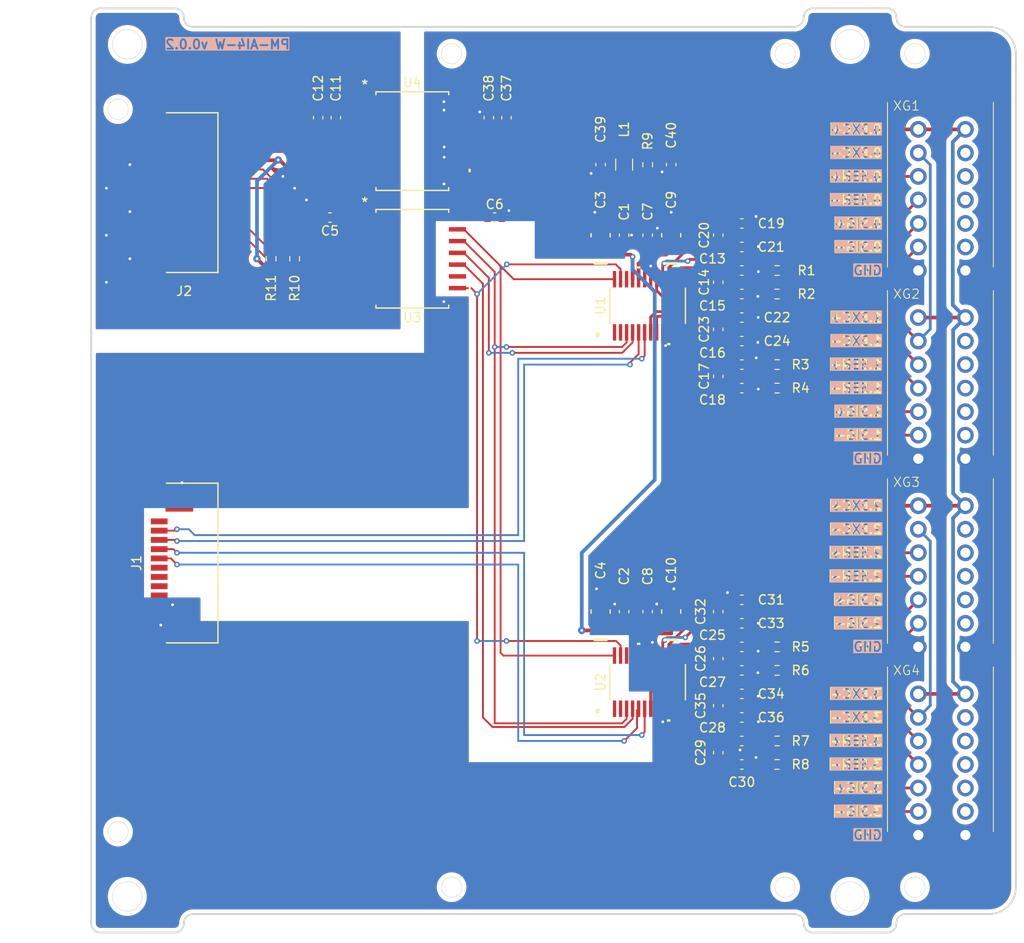
<source format=kicad_pcb>
(kicad_pcb (version 20240108) (generator "pcbnew") (generator_version "8.0")
  (title_block (title "${article} v${version}"))
  (layers (0 "F.Cu" signal) (31 "B.Cu" signal) (34 "B.Paste" user) (35 "F.Paste" user) (36 "B.SilkS" user "B.Silkscreen") (37 "F.SilkS" user "F.Silkscreen") (38 "B.Mask" user) (39 "F.Mask" user) (44 "Edge.Cuts" user))
  (property "article" "PM-AI4-W")
  (property "version" "0.0.2")
  (net 0 "")
  (net 1 "+5V_ISO")
  (net 2 "/MOSI")
  (net 3 "GND")
  (net 4 "/MISO")
  (net 5 "/SCK_ISO")
  (net 6 "AGND")
  (net 7 "AVDD")
  (net 8 "+5V")
  (net 9 "/MOSI_ISO")
  (net 10 "/MISO_ISO")
  (net 11 "/SCK")
  (net 18 "+3.3V")
  (net 19 "Net-(L1-Pad1)")
  (net 20 "/0.SENSE+")
  (net 21 "/0.SENSE-")
  (net 22 "/0.SIG+")
  (net 23 "/0.SIG-")
  (net 24 "/AD_0_AIN2")
  (net 25 "/AD_0_AIN3")
  (net 26 "/0.EXC-")
  (net 27 "/AD_0_AIN1")
  (net 28 "/AD_0_AIN0")
  (net 29 "/1.SIG-")
  (net 30 "/1.SENSE+")
  (net 31 "/1.SENSE-")
  (net 32 "/1.SIG+")
  (net 33 "/2.EXC-")
  (net 34 "/2.SIG-")
  (net 35 "/2.SENSE+")
  (net 36 "/2.SIG+")
  (net 37 "/2.SENSE-")
  (net 38 "/3.SIG-")
  (net 39 "/3.SIG+")
  (net 40 "/3.SENSE+")
  (net 41 "/3.SENSE-")
  (net 44 "/CS0_ISO")
  (net 45 "/CS0")
  (net 46 "/CS1")
  (net 47 "/CS1_ISO")
  (net 48 "/AD_1_AIN0")
  (net 52 "/AD_1_AIN3")
  (net 53 "/AD_1_AIN2")
  (net 55 "/AD_1_AIN1")
  (net 61 "/LED1")
  (net 62 "/LED2")
  (net 63 "/LED3")
  (net 64 "/LED0")
  (footprint "Capacitor_SMD:C_0603_1608Metric" (layer "F.Cu") (at 95.25 116.84)
    (property "Reference" "C33")
    (property "Value" "10nF")
  )
  (footprint "Resistor_SMD:R_0603_1608Metric" (layer "F.Cu") (at 99.06 91.44)
    (property "Reference" "R4")
    (property "Value" "100R")
  )
  (footprint "kicad_inventree_lib:TAJA_AVX-M" (layer "F.Cu") (at 87.63 115.57 90)
    (property "Reference" "C10")
    (property "Value" "10 uF")
  )
  (footprint "Resistor_SMD:R_0603_1608Metric" (layer "F.Cu") (at 46.99 77.47 90)
    (property "Reference" "R10")
    (property "Value" "10k")
  )
  (footprint "Capacitor_SMD:C_0603_1608Metric" (layer "F.Cu") (at 51.435 62.23 90)
    (property "Reference" "C11")
    (property "Value" "100nF")
  )
  (footprint "Resistor_SMD:R_0603_1608Metric" (layer "F.Cu") (at 99.06 132.08)
    (property "Reference" "R8")
    (property "Value" "100R")
  )
  (footprint "Capacitor_SMD:C_0603_1608Metric" (layer "F.Cu") (at 95.25 127)
    (property "Reference" "C36")
    (property "Value" "10nF")
  )
  (footprint "kicad_inventree_lib:RU_24_ADI-M" (layer "F.Cu") (at 85.09 123.19 90)
    (property "Reference" "U2")
    (property "Value" "AD7190BRUZ")
  )
  (footprint "Capacitor_SMD:C_0603_1608Metric" (layer "F.Cu") (at 95.25 81.28)
    (property "Reference" "C15")
    (property "Value" "1nF")
  )
  (footprint "Capacitor_SMD:C_0603_1608Metric" (layer "F.Cu") (at 95.25 78.74 180)
    (property "Reference" "C13")
    (property "Value" "1nF")
  )
  (footprint "Capacitor_SMD:C_0603_1608Metric" (layer "F.Cu") (at 87.63 67.31 -90)
    (property "Reference" "C40")
    (property "Value" "100nF")
  )
  (footprint "kicad_inventree_lib:TAJA_AVX-M" (layer "F.Cu") (at 80.01 115.57 90)
    (property "Reference" "C4")
    (property "Value" "10 uF")
  )
  (footprint "Capacitor_SMD:C_0603_1608Metric" (layer "F.Cu") (at 95.25 124.46 180)
    (property "Reference" "C34")
    (property "Value" "10nF")
  )
  (footprint "Capacitor_SMD:C_0603_1608Metric" (layer "F.Cu") (at 92.71 130.81 -90)
    (property "Reference" "C29")
    (property "Value" "10nF")
  )
  (footprint "kicad_inventree_lib:MountingHole_M3" (layer "F.Cu") (at 28.93 146.33)
    (property "Reference" "H3" (hide yes))
    (property "Value" "MountingHole_M3")
    (fp_circle (center 0 0) (end 1.6 0) (stroke (width 0.05)) (fill none) (layer "Edge.Cuts"))
  )
  (footprint "kicad_inventree_lib:DG141R-2.54-07P" (layer "F.Cu") (at 122.4 140.6 90)
    (property "Reference" "XG4")
    (property "Value" "DG141R-2.54-07P" (hide yes))
  )
  (footprint "Capacitor_SMD:C_0603_1608Metric" (layer "F.Cu") (at 92.71 80.01 -90)
    (property "Reference" "C14")
    (property "Value" "10nF")
  )
  (footprint "Capacitor_SMD:C_0603_1608Metric" (layer "F.Cu") (at 95.25 73.66 180)
    (property "Reference" "C19")
    (property "Value" "10nF")
  )
  (footprint "Capacitor_SMD:C_0603_1608Metric" (layer "F.Cu") (at 92.71 90.17 -90)
    (property "Reference" "C17")
    (property "Value" "10nF")
  )
  (footprint "Capacitor_SMD:C_0603_1608Metric" (layer "F.Cu") (at 92.71 115.57 -90)
    (property "Reference" "C32")
    (property "Value" "1uF")
  )
  (footprint "Capacitor_SMD:C_0603_1608Metric" (layer "F.Cu") (at 92.71 85.09 -90)
    (property "Reference" "C23")
    (property "Value" "1uF")
  )
  (footprint "Capacitor_SMD:C_0603_1608Metric" (layer "F.Cu") (at 95.25 76.2)
    (property "Reference" "C21")
    (property "Value" "10nF")
  )
  (footprint "Resistor_SMD:R_0603_1608Metric" (layer "F.Cu") (at 85.09 67.31 90)
    (property "Reference" "R9")
    (property "Value" "1R5")
  )
  (footprint "Capacitor_SMD:C_0603_1608Metric" (layer "F.Cu") (at 95.25 119.38 180)
    (property "Reference" "C25")
    (property "Value" "1nF")
  )
  (footprint "Resistor_SMD:R_0603_1608Metric" (layer "F.Cu") (at 99.06 78.74)
    (property "Reference" "R1")
    (property "Value" "100R")
  )
  (footprint "Capacitor_SMD:C_0603_1608Metric" (layer "F.Cu") (at 92.71 125.73 -90)
    (property "Reference" "C35")
    (property "Value" "1uF")
  )
  (footprint "Capacitor_SMD:C_0603_1608Metric" (layer "F.Cu") (at 95.25 88.9 180)
    (property "Reference" "C16")
    (property "Value" "1nF")
  )
  (footprint "kicad_inventree_lib:RU_24_ADI-M" (layer "F.Cu") (at 85.09 82.55 90)
    (property "Reference" "U1")
    (property "Value" "AD7190BRUZ")
  )
  (footprint "kicad_inventree_lib:PM-LED_v0.0.2" (layer "F.Cu") (at 109.93 100.33)
    (property "Reference" "U5" (hide yes))
    (property "Value" "PM-LED8_v0.0.2")
    (fp_circle (center -10 -45) (end -8.9 -45) (stroke (width 0.05)) (fill none) (layer "Edge.Cuts"))
    (fp_circle (center -10 45) (end -8.9 45) (stroke (width 0.05)) (fill none) (layer "Edge.Cuts"))
    (fp_circle (center 4 -45) (end 5.1 -45) (stroke (width 0.05)) (fill none) (layer "Edge.Cuts"))
    (fp_circle (center 4 45) (end 5.1 45) (stroke (width 0.05)) (fill none) (layer "Edge.Cuts"))
  )
  (footprint "Capacitor_SMD:C_0603_1608Metric" (layer "F.Cu") (at 82.55 115.57 90)
    (property "Reference" "C2")
    (property "Value" "100nF")
  )
  (footprint "Capacitor_SMD:C_0603_1608Metric" (layer "F.Cu") (at 82.55 74.93 90)
    (property "Reference" "C1")
    (property "Value" "100nF")
  )
  (footprint "kicad_inventree_lib:CONN10_AFA07-S10_JUS" (layer "F.Cu") (at 35.93 110.33 90)
    (property "Reference" "J1")
    (property "Value" "AFA07-S10FCC-00")
  )
  (footprint "kicad_inventree_lib:MountingHole_M3" (layer "F.Cu") (at 106.93 146.33)
    (property "Reference" "H1" (hide yes))
    (property "Value" "MountingHole_M3")
    (fp_circle (center 0 0) (end 1.6 0) (stroke (width 0.05)) (fill none) (layer "Edge.Cuts"))
  )
  (footprint "Capacitor_SMD:C_0603_1608Metric" (layer "F.Cu") (at 95.25 114.3)
    (property "Reference" "C31")
    (property "Value" "10nF")
  )
  (footprint "kicad_inventree_lib:DG141R-2.54-07P" (layer "F.Cu") (at 122.4 120.28 90)
    (property "Reference" "XG3")
    (property "Value" "DG141R-2.54-07P" (hide yes))
  )
  (footprint "kicad_inventree_lib:DG141R-2.54-07P" (layer "F.Cu") (at 122.4 99.96 90)
    (property "Reference" "XG2")
    (property "Value" "DG141R-2.54-07P" (hide yes))
  )
  (footprint "kicad_inventree_lib:DG141R-2.54-07P" (layer "F.Cu") (at 122.4 79.64 90)
    (property "Reference" "XG1")
    (property "Value" "DG141R-2.54-07P" (hide yes))
  )
  (footprint "Capacitor_SMD:C_0603_1608Metric" (layer "F.Cu") (at 67.945 62.23 90)
    (property "Reference" "C38")
    (property "Value" "100nF")
  )
  (footprint "Inductor_SMD:L_1206_3216Metric_Pad1.42x1.75mm_HandSolder" (layer "F.Cu") (at 82.55 67.31 90)
    (property "Reference" "L1")
    (property "Value" "1kΩ@100MHz")
  )
  (footprint "Capacitor_SMD:C_0603_1608Metric" (layer "F.Cu") (at 49.53 62.23 90)
    (property "Reference" "C12")
    (property "Value" "10uF")
  )
  (footprint "kicad_inventree_lib:TAJA_AVX-M" (layer "F.Cu") (at 80.01 74.93 90)
    (property "Reference" "C3")
    (property "Value" "10 uF")
  )
  (footprint "Resistor_SMD:R_0603_1608Metric" (layer "F.Cu") (at 44.45 77.47 90)
    (property "Reference" "R11")
    (property "Value" "10k")
  )
  (footprint "Capacitor_SMD:C_0603_1608Metric" (layer "F.Cu") (at 95.25 121.92)
    (property "Reference" "C27")
    (property "Value" "1nF")
  )
  (footprint "Capacitor_SMD:C_0603_1608Metric" (layer "F.Cu") (at 95.25 83.82 180)
    (property "Reference" "C22")
    (property "Value" "10nF")
  )
  (footprint "Capacitor_SMD:C_0603_1608Metric" (layer "F.Cu") (at 69.85 62.23 90)
    (property "Reference" "C37")
    (property "Value" "10uF")
  )
  (footprint "Capacitor_SMD:C_0603_1608Metric" (layer "F.Cu") (at 92.71 120.65 -90)
    (property "Reference" "C26")
    (property "Value" "10nF")
  )
  (footprint "Capacitor_SMD:C_0603_1608Metric" (layer "F.Cu") (at 95.25 129.54)
    (property "Reference" "C28")
    (property "Value" "1nF")
  )
  (footprint "Capacitor_SMD:C_0603_1608Metric" (layer "F.Cu") (at 80.01 67.31 -90)
    (property "Reference" "C39")
    (property "Value" "100nF")
  )
  (footprint "kicad_inventree_lib:MountingHole_M3" (layer "F.Cu") (at 106.93 54.33)
    (property "Reference" "H4" (hide yes))
    (property "Value" "MountingHole_M3")
    (fp_circle (center 0 0) (end 1.6 0) (stroke (width 0.05)) (fill none) (layer "Edge.Cuts"))
  )
  (footprint "kicad_inventree_lib:CONN10_AFA07-S10_JUS" (layer "F.Cu") (at 35.93 70.33 90)
    (property "Reference" "J2")
    (property "Value" "AFA07-S10FCC-00")
  )
  (footprint "Capacitor_SMD:C_0603_1608Metric" (layer "F.Cu") (at 85.09 115.57 90)
    (property "Reference" "C8")
    (property "Value" "100nF")
  )
  (footprint "kicad_inventree_lib:SOIC16-WBW_CLG-M" (layer "F.Cu") (at 59.69 77.47)
    (property "Reference" "U3")
    (property "Value" "CA-IS3761HW")
  )
  (footprint "Capacitor_SMD:C_0603_1608Metric" (layer "F.Cu") (at 95.25 86.36)
    (property "Reference" "C24")
    (property "Value" "10nF")
  )
  (footprint "kicad_inventree_lib:MountingHole_M3" (layer "F.Cu") (at 28.93 54.33)
    (property "Reference" "H2" (hide yes))
    (property "Value" "MountingHole_M3")
    (fp_circle (center 0 0) (end 1.6 0) (stroke (width 0.05)) (fill none) (layer "Edge.Cuts"))
  )
  (footprint "Capacitor_SMD:C_0603_1608Metric" (layer "F.Cu") (at 85.09 74.93 90)
    (property "Reference" "C7")
    (property "Value" "100nF")
  )
  (footprint "Resistor_SMD:R_0603_1608Metric" (layer "F.Cu") (at 99.06 121.92)
    (property "Reference" "R6")
    (property "Value" "100R")
  )
  (footprint "kicad_inventree_lib:PM-ESP32C3_v0.0.3" (layer "F.Cu") (at 53.93 100.33)
    (property "Reference" "U6" (hide yes))
    (property "Value" "~" (hide yes))
    (fp_circle (center -26 -39) (end -24.9 -39) (stroke (width 0.05)) (fill none) (layer "Edge.Cuts"))
    (fp_circle (center -26 39) (end -24.9 39) (stroke (width 0.05)) (fill none) (layer "Edge.Cuts"))
    (fp_circle (center 10 -45) (end 11.1 -45) (stroke (width 0.05)) (fill none) (layer "Edge.Cuts"))
    (fp_circle (center 10 45) (end 11.1 45) (stroke (width 0.05)) (fill none) (layer "Edge.Cuts"))
  )
  (footprint "Capacitor_SMD:C_0603_1608Metric" (layer "F.Cu") (at 92.71 74.93 -90)
    (property "Reference" "C20")
    (property "Value" "1uF")
  )
  (footprint "Capacitor_SMD:C_0603_1608Metric" (layer "F.Cu") (at 95.25 132.08)
    (property "Reference" "C30")
    (property "Value" "1nF")
  )
  (footprint "Resistor_SMD:R_0603_1608Metric" (layer "F.Cu") (at 99.06 81.28)
    (property "Reference" "R2")
    (property "Value" "100R")
  )
  (footprint "Capacitor_SMD:C_0603_1608Metric" (layer "F.Cu") (at 95.25 91.44)
    (property "Reference" "C18")
    (property "Value" "1nF")
  )
  (footprint "Resistor_SMD:R_0603_1608Metric" (layer "F.Cu") (at 99.06 119.38)
    (property "Reference" "R5")
    (property "Value" "100R")
  )
  (footprint "kicad_inventree_lib:TAJA_AVX-M" (layer "F.Cu") (at 87.63 74.93 90)
    (property "Reference" "C9")
    (property "Value" "10 uF")
  )
  (footprint "Capacitor_SMD:C_0603_1608Metric" (layer "F.Cu") (at 68.58 73.025)
    (property "Reference" "C6")
    (property "Value" "100nF")
  )
  (footprint "kicad_inventree_lib:SOIC16-WBW_CLG-M" (layer "F.Cu") (at 59.69 64.77)
    (property "Reference" "U4")
    (property "Value" "CA-IS3105W")
  )
  (footprint "Capacitor_SMD:C_0603_1608Metric" (layer "F.Cu") (at 50.8 73.025 180)
    (property "Reference" "C5")
    (property "Value" "100nF")
  )
  (footprint "Resistor_SMD:R_0603_1608Metric" (layer "F.Cu") (at 99.06 88.9)
    (property "Reference" "R3")
    (property "Value" "100R")
  )
  (footprint "Resistor_SMD:R_0603_1608Metric" (layer "F.Cu") (at 99.06 129.54)
    (property "Reference" "R7")
    (property "Value" "100R")
  )
  (gr_arc (start 121.93 52.43) (mid 123.98061 53.27939) (end 124.83 55.33) (stroke (width 0.2)) (layer "Edge.Cuts"))
  (gr_line (start 100.93 148.23) (end 36.03 148.23) (stroke (width 0.2)) (layer "Edge.Cuts"))
  (gr_arc (start 101.93 51.43) (mid 102.222893 50.722893) (end 102.93 50.43) (stroke (width 0.2)) (layer "Edge.Cuts"))
  (gr_line (start 102.93 150.23) (end 110.93 150.23) (stroke (width 0.2)) (layer "Edge.Cuts"))
  (gr_line (start 26.03 150.23) (end 34.03 150.23) (stroke (width 0.2)) (layer "Edge.Cuts"))
  (gr_arc (start 101.93 51.43) (mid 101.637107 52.137107) (end 100.93 52.43) (stroke (width 0.2)) (layer "Edge.Cuts"))
  (gr_arc (start 102.93 150.23) (mid 102.222893 149.937107) (end 101.93 149.23) (stroke (width 0.2)) (layer "Edge.Cuts"))
  (gr_arc (start 35.03 149.23) (mid 34.737107 149.937107) (end 34.03 150.23) (stroke (width 0.2)) (layer "Edge.Cuts"))
  (gr_arc (start 25.03 51.43) (mid 25.322893 50.722893) (end 26.03 50.43) (stroke (width 0.2)) (layer "Edge.Cuts"))
  (gr_line (start 110.93 50.43) (end 102.93 50.43) (stroke (width 0.2)) (layer "Edge.Cuts"))
  (gr_line (start 112.93 148.23) (end 121.93 148.23) (stroke (width 0.2)) (layer "Edge.Cuts"))
  (gr_arc (start 111.93 149.23) (mid 112.222893 148.522893) (end 112.93 148.23) (stroke (width 0.2)) (layer "Edge.Cuts"))
  (gr_arc (start 36.03 52.43) (mid 35.322893 52.137107) (end 35.03 51.43) (stroke (width 0.2)) (layer "Edge.Cuts"))
  (gr_line (start 36.03 52.43) (end 100.93 52.43) (stroke (width 0.2)) (layer "Edge.Cuts"))
  (gr_line (start 124.83 55.33) (end 124.83 145.33) (stroke (width 0.2)) (layer "Edge.Cuts"))
  (gr_arc (start 26.03 150.23) (mid 25.322893 149.937107) (end 25.03 149.23) (stroke (width 0.2)) (layer "Edge.Cuts"))
  (gr_arc (start 112.93 52.43) (mid 112.222893 52.137107) (end 111.93 51.43) (stroke (width 0.2)) (layer "Edge.Cuts"))
  (gr_arc (start 35.03 149.23) (mid 35.322893 148.522893) (end 36.03 148.23) (stroke (width 0.2)) (layer "Edge.Cuts"))
  (gr_line (start 26.03 50.43) (end 34.03 50.43) (stroke (width 0.2)) (layer "Edge.Cuts"))
  (gr_arc (start 110.93 50.43) (mid 111.637107 50.722893) (end 111.93 51.43) (stroke (width 0.2)) (layer "Edge.Cuts"))
  (gr_line (start 25.03 51.43) (end 25.03 149.23) (stroke (width 0.2)) (layer "Edge.Cuts"))
  (gr_arc (start 124.83 145.33) (mid 123.98061 147.38061) (end 121.93 148.23) (stroke (width 0.2)) (layer "Edge.Cuts"))
  (gr_arc (start 100.93 148.23) (mid 101.637107 148.522893) (end 101.93 149.23) (stroke (width 0.2)) (layer "Edge.Cuts"))
  (gr_arc (start 34.03 50.43) (mid 34.737107 50.722893) (end 35.03 51.43) (stroke (width 0.2)) (layer "Edge.Cuts"))
  (gr_arc (start 111.93 149.23) (mid 111.637107 149.937107) (end 110.93 150.23) (stroke (width 0.2)) (layer "Edge.Cuts"))
  (gr_line (start 121.93 52.43) (end 112.93 52.43) (stroke (width 0.2)) (layer "Edge.Cuts"))
  (gr_text "1.SIG-" (at 110.49 96.52 0) (layer "B.SilkS" knockout) (effects (font (size 1 1) (thickness 0.2) (bold yes)) (justify left mirror)))
  (gr_text "3.SEN-" (at 110.49 132.08 0) (layer "B.SilkS" knockout) (effects (font (size 1 1) (thickness 0.2) (bold yes)) (justify left mirror)))
  (gr_text "GND" (at 110.49 139.7 0) (layer "B.SilkS" knockout) (effects (font (size 1 1) (thickness 0.2) (bold yes)) (justify left mirror)))
  (gr_text "0.EXC+" (at 110.49 63.5 0) (layer "B.SilkS" knockout) (effects (font (size 1 1) (thickness 0.2) (bold yes)) (justify left mirror)))
  (gr_text "GND" (at 110.49 78.74 0) (layer "B.SilkS" knockout) (effects (font (size 1 1) (thickness 0.2) (bold yes)) (justify left mirror)))
  (gr_text "2.SEN+" (at 110.49 109.22 0) (layer "B.SilkS" knockout) (effects (font (size 1 1) (thickness 0.2) (bold yes)) (justify left mirror)))
  (gr_text "2.EXC+" (at 110.49 104.14 0) (layer "B.SilkS" knockout) (effects (font (size 1 1) (thickness 0.2) (bold yes)) (justify left mirror)))
  (gr_text "3.EXC+" (at 110.49 124.46 0) (layer "B.SilkS" knockout) (effects (font (size 1 1) (thickness 0.2) (bold yes)) (justify left mirror)))
  (gr_text "2.SEN-" (at 110.49 111.76 0) (layer "B.SilkS" knockout) (effects (font (size 1 1) (thickness 0.2) (bold yes)) (justify left mirror)))
  (gr_text "3.SEN+" (at 110.49 129.54 0) (layer "B.SilkS" knockout) (effects (font (size 1 1) (thickness 0.2) (bold yes)) (justify left mirror)))
  (gr_text "0.SIG-" (at 110.49 76.2 0) (layer "B.SilkS" knockout) (effects (font (size 1 1) (thickness 0.2) (bold yes)) (justify left mirror)))
  (gr_text "1.SEN+" (at 110.49 88.9 0) (layer "B.SilkS" knockout) (effects (font (size 1 1) (thickness 0.2) (bold yes)) (justify left mirror)))
  (gr_text "3.SIG-" (at 110.49 137.16 0) (layer "B.SilkS" knockout) (effects (font (size 1 1) (thickness 0.2) (bold yes)) (justify left mirror)))
  (gr_text "0.SEN+" (at 110.49 68.58 0) (layer "B.SilkS" knockout) (effects (font (size 1 1) (thickness 0.2) (bold yes)) (justify left mirror)))
  (gr_text "0.SIG+" (at 110.49 73.66 0) (layer "B.SilkS" knockout) (effects (font (size 1 1) (thickness 0.2) (bold yes)) (justify left mirror)))
  (gr_text "0.SEN-" (at 110.49 71.12 0) (layer "B.SilkS" knockout) (effects (font (size 1 1) (thickness 0.2) (bold yes)) (justify left mirror)))
  (gr_text "1.EXC-" (at 110.49 86.36 0) (layer "B.SilkS" knockout) (effects (font (size 1 1) (thickness 0.2) (bold yes)) (justify left mirror)))
  (gr_text "1.SIG+" (at 110.49 93.98 0) (layer "B.SilkS" knockout) (effects (font (size 1 1) (thickness 0.2) (bold yes)) (justify left mirror)))
  (gr_text "1.SEN-" (at 110.49 91.44 0) (layer "B.SilkS" knockout) (effects (font (size 1 1) (thickness 0.2) (bold yes)) (justify left mirror)))
  (gr_text "2.SIG+" (at 110.49 114.3 0) (layer "B.SilkS" knockout) (effects (font (size 1 1) (thickness 0.2) (bold yes)) (justify left mirror)))
  (gr_text "1.EXC+" (at 110.49 83.82 0) (layer "B.SilkS" knockout) (effects (font (size 1 1) (thickness 0.2) (bold yes)) (justify left mirror)))
  (gr_text "2.EXC-" (at 110.49 106.68 0) (layer "B.SilkS" knockout) (effects (font (size 1 1) (thickness 0.2) (bold yes)) (justify left mirror)))
  (gr_text "3.EXC-" (at 110.49 127 0) (layer "B.SilkS" knockout) (effects (font (size 1 1) (thickness 0.2) (bold yes)) (justify left mirror)))
  (gr_text "GND" (at 110.49 119.38 0) (layer "B.SilkS" knockout) (effects (font (size 1 1) (thickness 0.2) (bold yes)) (justify left mirror)))
  (gr_text "${article} v${version}" (at 32.93 54.33 0) (layer "B.SilkS" knockout) (effects (font (size 1 1) (thickness 0.2) (bold yes)) (justify right mirror)))
  (gr_text "GND" (at 110.49 99.06 0) (layer "B.SilkS" knockout) (effects (font (size 1 1) (thickness 0.2) (bold yes)) (justify left mirror)))
  (gr_text "0.EXC-" (at 110.49 66.04 0) (layer "B.SilkS" knockout) (effects (font (size 1 1) (thickness 0.2) (bold yes)) (justify left mirror)))
  (gr_text "3.SIG+" (at 110.49 134.62 0) (layer "B.SilkS" knockout) (effects (font (size 1 1) (thickness 0.2) (bold yes)) (justify left mirror)))
  (gr_text "2.SIG-" (at 110.49 116.84 0) (layer "B.SilkS" knockout) (effects (font (size 1 1) (thickness 0.2) (bold yes)) (justify left mirror)))
  (gr_text "0.EXC-" (at 110.49 66.04 0) (layer "F.SilkS" knockout) (effects (font (size 1 1) (thickness 0.2) (bold yes)) (justify right)))
  (gr_text "0.SIG+" (at 110.49 73.66 0) (layer "F.SilkS" knockout) (effects (font (size 1 1) (thickness 0.2) (bold yes)) (justify right)))
  (gr_text "GND" (at 110.49 119.38 0) (layer "F.SilkS" knockout) (effects (font (size 1 1) (thickness 0.2) (bold yes)) (justify right)))
  (gr_text "GND" (at 110.49 99.06 0) (layer "F.SilkS" knockout) (effects (font (size 1 1) (thickness 0.2) (bold yes)) (justify right)))
  (gr_text "2.SIG+" (at 110.49 114.3 0) (layer "F.SilkS" knockout) (effects (font (size 1 1) (thickness 0.2) (bold yes)) (justify right)))
  (gr_text "0.SEN-" (at 110.49 71.12 0) (layer "F.SilkS" knockout) (effects (font (size 1 1) (thickness 0.2) (bold yes)) (justify right)))
  (gr_text "2.SEN+" (at 110.49 109.22 0) (layer "F.SilkS" knockout) (effects (font (size 1 1) (thickness 0.2) (bold yes)) (justify right)))
  (gr_text "3.SEN+" (at 110.49 129.54 0) (layer "F.SilkS" knockout) (effects (font (size 1 1) (thickness 0.2) (bold yes)) (justify right)))
  (gr_text "3.SIG+" (at 110.49 134.62 0) (layer "F.SilkS" knockout) (effects (font (size 1 1) (thickness 0.2) (bold yes)) (justify right)))
  (gr_text "1.SEN+" (at 110.49 88.9 0) (layer "F.SilkS" knockout) (effects (font (size 1 1) (thickness 0.2) (bold yes)) (justify right)))
  (gr_text "1.SIG-" (at 110.49 96.52 0) (layer "F.SilkS" knockout) (effects (font (size 1 1) (thickness 0.2) (bold yes)) (justify right)))
  (gr_text "0.SIG+" (at 110.49 93.98 0) (layer "F.SilkS" knockout) (effects (font (size 1 1) (thickness 0.2) (bold yes)) (justify right)))
  (gr_text "2.EXC+" (at 110.49 104.14 0) (layer "F.SilkS" knockout) (effects (font (size 1 1) (thickness 0.2) (bold yes)) (justify right)))
  (gr_text "1.EXC+" (at 110.49 83.82 0) (layer "F.SilkS" knockout) (effects (font (size 1 1) (thickness 0.2) (bold yes)) (justify right)))
  (gr_text "1.EXC-" (at 110.49 86.36 0) (layer "F.SilkS" knockout) (effects (font (size 1 1) (thickness 0.2) (bold yes)) (justify right)))
  (gr_text "2.EXC-" (at 110.49 106.68 0) (layer "F.SilkS" knockout) (effects (font (size 1 1) (thickness 0.2) (bold yes)) (justify right)))
  (gr_text "GND" (at 110.49 78.74 0) (layer "F.SilkS" knockout) (effects (font (size 1 1) (thickness 0.2) (bold yes)) (justify right)))
  (gr_text "3.SEN-" (at 110.49 132.08 0) (layer "F.SilkS" knockout) (effects (font (size 1 1) (thickness 0.2) (bold yes)) (justify right)))
  (gr_text "1.SEN-" (at 110.49 91.44 0) (layer "F.SilkS" knockout) (effects (font (size 1 1) (thickness 0.2) (bold yes)) (justify right)))
  (gr_text "0.EXC+" (at 110.49 63.5 0) (layer "F.SilkS" knockout) (effects (font (size 1 1) (thickness 0.2) (bold yes)) (justify right)))
  (gr_text "GND" (at 110.49 139.7 0) (layer "F.SilkS" knockout) (effects (font (size 1 1) (thickness 0.2) (bold yes)) (justify right)))
  (gr_text "2.SEN-" (at 110.49 111.76 0) (layer "F.SilkS" knockout) (effects (font (size 1 1) (thickness 0.2) (bold yes)) (justify right)))
  (gr_text "2.SIG-" (at 110.49 116.84 0) (layer "F.SilkS" knockout) (effects (font (size 1 1) (thickness 0.2) (bold yes)) (justify right)))
  (gr_text "3.EXC+" (at 110.49 124.46 0) (layer "F.SilkS" knockout) (effects (font (size 1 1) (thickness 0.2) (bold yes)) (justify right)))
  (gr_text "0.SEN+" (at 110.49 68.58 0) (layer "F.SilkS" knockout) (effects (font (size 1 1) (thickness 0.2) (bold yes)) (justify right)))
  (gr_text "3.SIG-" (at 110.49 137.16 0) (layer "F.SilkS" knockout) (effects (font (size 1 1) (thickness 0.2) (bold yes)) (justify right)))
  (gr_text "0.SIG-" (at 110.49 76.2 0) (layer "F.SilkS" knockout) (effects (font (size 1 1) (thickness 0.2) (bold yes)) (justify right)))
  (gr_text "3.EXC-" (at 110.49 127 0) (layer "F.SilkS" knockout) (effects (font (size 1 1) (thickness 0.2) (bold yes)) (justify right)))
  (segment (start 79.5509 66.0759) (end 80.01 66.535) (width 0.4) (layer "F.Cu") (net 1))
  (segment (start 67.945 66.0759) (end 67.945 63.005) (width 0.4) (layer "F.Cu") (net 1))
  (segment (start 82.55 77.0255) (end 80.6065 77.0255) (width 0.4) (layer "F.Cu") (net 1))
  (segment (start 80.01 76.429) (end 80.01 76.0167) (width 0.4) (layer "F.Cu") (net 1))
  (segment (start 80.01 116.754544) (end 80.01 116.656663) (width 0.4) (layer "F.Cu") (net 1))
  (segment (start 82.55 65.8225) (end 80.7225 65.8225) (width 0.4) (layer "F.Cu") (net 1))
  (segment (start 80.6065 117.6655) (end 80.01 117.069) (width 0.4) (layer "F.Cu") (net 1))
  (segment (start 83.2363 117.6655) (end 82.55 117.6655) (width 0.4) (layer "F.Cu") (net 1))
  (segment (start 82.55 117.6655) (end 80.6065 117.6655) (width 0.4) (layer "F.Cu") (net 1))
  (segment (start 80.7225 65.8225) (end 80.01 66.535) (width 0.4) (layer "F.Cu") (net 1))
  (segment (start 82.55 117.6655) (end 82.55 116.345) (width 0.4) (layer "F.Cu") (net 1))
  (segment (start 81.4675 73.0788) (end 81.4675 74.6225) (width 0.4) (layer "F.Cu") (net 1))
  (segment (start 67.945 67.8073) (end 67.945 66.0759) (width 0.4) (layer "F.Cu") (net 1))
  (segment (start 83.465 77.2542) (end 83.2363 77.0255) (width 0.4) (layer "F.Cu") (net 1))
  (segment (start 81.4675 74.6225) (end 82.55 75.705) (width 0.4) (layer "F.Cu") (net 1))
  (segment (start 77.978 117.602) (end 79.162544 117.602) (width 0.4) (layer "F.Cu") (net 1))
  (segment (start 67.945 63.005) (end 69.85 63.005) (width 0.4) (layer "F.Cu") (net 1))
  (segment (start 83.465 117.8942) (end 83.2363 117.6655) (width 0.4) (layer "F.Cu") (net 1))
  (segment (start 65.8956 62.865) (end 67.805 62.865) (width 0.4) (layer "F.Cu") (net 1))
  (segment (start 79.162544 117.602) (end 80.01 116.754544) (width 0.4) (layer "F.Cu") (net 1))
  (segment (start 64.5668 73.025) (end 67.805 73.025) (width 0.4) (layer "F.Cu") (net 1))
  (segment (start 65.8956 64.135) (end 65.8956 62.865) (width 0.4) (layer "F.Cu") (net 1))
  (segment (start 83.2363 77.0255) (end 82.55 77.0255) (width 0.4) (layer "F.Cu") (net 1))
  (segment (start 67.805 62.865) (end 67.945 63.005) (width 0.4) (layer "F.Cu") (net 1))
  (segment (start 80.01 117.069) (end 80.01 116.6567) (width 0.4) (layer "F.Cu") (net 1))
  (segment (start 67.805 72.403) (end 67.945 72.263) (width 0.4) (layer "F.Cu") (net 1))
  (segment (start 64.5668 64.135) (end 65.8956 64.135) (width 0.4) (layer "F.Cu") (net 1))
  (segment (start 80.6065 77.0255) (end 80.01 76.429) (width 0.4) (layer "F.Cu") (net 1))
  (segment (start 83.465 79.6798) (end 83.465 77.2542) (width 0.4) (layer "F.Cu") (net 1))
  (segment (start 67.945 72.263) (end 67.945 67.8073) (width 0.4) (layer "F.Cu") (net 1))
  (segment (start 82.55 77.0255) (end 82.55 75.705) (width 0.4) (layer "F.Cu") (net 1))
  (segment (start 67.945 67.8073) (end 76.196 67.8073) (width 0.4) (layer "F.Cu") (net 1))
  (segment (start 83.465 120.3198) (end 83.465 117.8942) (width 0.4) (layer "F.Cu") (net 1))
  (segment (start 76.196 67.8073) (end 81.4675 73.0788) (width 0.4) (layer "F.Cu") (net 1))
  (segment (start 64.5668 62.865) (end 65.8956 62.865) (width 0.4) (layer "F.Cu") (net 1))
  (segment (start 67.805 73.025) (end 67.805 72.403) (width 0.4) (layer "F.Cu") (net 1))
  (segment (start 67.945 66.0759) (end 79.5509 66.0759) (width 0.4) (layer "F.Cu") (net 1))
  (via (at 77.978 117.602) (size 0.8) (drill 0.3) (layers "F.Cu" "B.Cu") (net 1))
  (via (at 83.465 77.2542) (size 0.6) (drill 0.3) (layers "F.Cu" "B.Cu") (net 1))
  (segment (start 83.465 77.2542) (end 83.465 78.639) (width 0.4) (layer "B.Cu") (net 1))
  (segment (start 85.852 81.026) (end 85.852 101.346) (width 0.4) (layer "B.Cu") (net 1))
  (segment (start 83.465 78.639) (end 85.852 81.026) (width 0.4) (layer "B.Cu") (net 1))
  (segment (start 77.978 109.22) (end 77.978 117.602) (width 0.4) (layer "B.Cu") (net 1))
  (segment (start 85.852 101.346) (end 77.978 109.22) (width 0.4) (layer "B.Cu") (net 1))
  (segment (start 54.8132 74.295) (end 50.0417 74.295) (width 0.2) (layer "F.Cu") (net 2))
  (segment (start 43.5767 67.83) (end 32.374 67.83) (width 0.2) (layer "F.Cu") (net 2))
  (segment (start 50.0417 74.295) (end 43.5767 67.83) (width 0.2) (layer "F.Cu") (net 2))
  (via (at 46.99 69.85) (size 0.6) (drill 0.3) (layers "F.Cu" "B.Cu") (net 3))
  (via (at 26.67 80.01) (size 0.6) (drill 0.3) (layers "F.Cu" "B.Cu") (net 3))
  (via (at 48.26 71.12) (size 0.6) (drill 0.3) (layers "F.Cu" "B.Cu") (net 3))
  (via (at 29.21 67.31) (size 0.6) (drill 0.3) (layers "F.Cu" "B.Cu") (net 3))
  (via (at 45.72 68.58) (size 0.6) (drill 0.3) (layers "F.Cu" "B.Cu") (net 3))
  (via (at 29.21 72.39) (size 0.6) (drill 0.3) (layers "F.Cu" "B.Cu") (net 3))
  (via (at 26.67 74.93) (size 0.6) (drill 0.3) (layers "F.Cu" "B.Cu") (net 3))
  (via (at 29.21 77.47) (size 0.6) (drill 0.3) (layers "F.Cu" "B.Cu") (net 3))
  (via (at 26.67 69.85) (size 0.6) (drill 0.3) (layers "F.Cu" "B.Cu") (net 3))
  (segment (start 56.042 80.645) (end 54.8132 80.645) (width 0.2) (layer "F.Cu") (net 4))
  (segment (start 50.1767 75.0008) (end 55.8441 75.0008) (width 0.2) (layer "F.Cu") (net 4))
  (segment (start 44.0059 68.83) (end 50.1767 75.0008) (width 0.2) (layer "F.Cu") (net 4))
  (segment (start 55.8441 75.0008) (end 56.042 75.1987) (width 0.2) (layer "F.Cu") (net 4))
  (segment (start 32.374 68.83) (end 44.0059 68.83) (width 0.2) (layer "F.Cu") (net 4))
  (segment (start 56.042 75.1987) (end 56.042 80.645) (width 0.2) (layer "F.Cu") (net 4))
  (segment (start 82.814998 127.1492) (end 82.329198 127.635) (width 0.2) (layer "F.Cu") (net 5))
  (segment (start 82.814998 86.5092) (end 82.329198 86.995) (width 0.2) (layer "F.Cu") (net 5))
  (segment (start 82.329198 127.635) (end 68.58 127.635) (width 0.2) (layer "F.Cu") (net 5))
  (segment (start 68.58 78.8924) (end 68.58 127.635) (width 0.2) (layer "F.Cu") (net 5))
  (segment (start 64.5668 75.565) (end 65.2526 75.565) (width 0.2) (layer "F.Cu") (net 5))
  (segment (start 65.2526 75.565) (end 68.58 78.8924) (width 0.2) (layer "F.Cu") (net 5))
  (segment (start 82.814998 126.0602) (end 82.814998 127.1492) (width 0.2) (layer "F.Cu") (net 5))
  (segment (start 82.814998 85.4202) (end 82.814998 86.5092) (width 0.2) (layer "F.Cu") (net 5))
  (segment (start 82.329198 86.995) (end 69.85 86.995) (width 0.2) (layer "F.Cu") (net 5))
  (via (at 68.58 86.995) (size 0.6) (drill 0.3) (layers "F.Cu" "B.Cu") (net 5))
  (via (at 69.85 86.995) (size 0.6) (drill 0.3) (layers "F.Cu" "B.Cu") (net 5))
  (segment (start 69.85 86.995) (end 68.58 86.995) (width 0.2) (layer "B.Cu") (net 5))
  (segment (start 96.1621 86.4971) (end 96.025 86.36) (width 0.3) (layer "F.Cu") (net 6))
  (segment (start 32.6937 117.18) (end 34.544 117.18) (width 0.3) (layer "F.Cu") (net 6))
  (segment (start 97.0326 76.1503) (end 96.0747 76.1503) (width 0.3) (layer "F.Cu") (net 6))
  (segment (start 85.415 78.4391) (end 85.415 78.2578) (width 0.3) (layer "F.Cu") (net 6))
  (segment (start 63.288 67.945) (end 63.288 66.6838) (width 0.3) (layer "F.Cu") (net 6))
  (segment (start 96.7526 88.1724) (end 96.025 88.9) (width 0.3) (layer "F.Cu") (net 6))
  (segment (start 64.5668 65.405) (end 63.1292 65.405) (width 0.3) (layer "F.Cu") (net 6))
  (segment (start 80.01 73.8433) (end 80.01 74.155) (width 0.3) (layer "F.Cu") (net 6))
  (segment (start 94.475 129.93) (end 94.475 129.54) (width 0.3) (layer "F.Cu") (net 6))
  (segment (start 86.068 114.756) (end 85.129 114.756) (width 0.3) (layer "F.Cu") (net 6))
  (segment (start 87.669 114.756) (end 87.63 114.795) (width 0.3) (layer "F.Cu") (net 6))
  (segment (start 96.9854 81.5377) (end 96.2827 81.5377) (width 0.3) (layer "F.Cu") (net 6))
  (segment (start 97.038 127.46) (end 96.4852 127.46) (width 0.3) (layer "F.Cu") (net 6))
  (segment (start 96.9783 86.4971) (end 96.1621 86.4971) (width 0.3) (layer "F.Cu") (net 6))
  (segment (start 32.5392 117.026) (end 32.6937 117.18) (width 0.3) (layer "F.Cu") (net 6))
  (segment (start 86.1306 74.1661) (end 85.1011 74.1661) (width 0.3) (layer "F.Cu") (net 6))
  (segment (start 97.0129 119.835) (end 96.4801 119.835) (width 0.3) (layer "F.Cu") (net 6))
  (segment (start 84.765 78.4391) (end 85.415 78.4391) (width 0.3) (layer "F.Cu") (net 6))
  (segment (start 63.1015 60.5115) (end 63.288 60.325) (width 0.3) (layer "F.Cu") (net 6))
  (segment (start 34.544 101.833) (end 34.544 103.48) (width 0.3) (layer "F.Cu") (net 6))
  (segment (start 79.5582 72.6225) (end 79.3858 72.4501) (width 0.3) (layer "F.Cu") (net 6))
  (segment (start 79.9327 74.2323) (end 80.01 74.155) (width 0.3) (layer "F.Cu") (net 6))
  (segment (start 96.4801 119.835) (end 96.025 119.38) (width 0.3) (layer "F.Cu") (net 6))
  (segment (start 83.351 74.9123) (end 82.5937 74.155) (width 0.3) (layer "F.Cu") (net 6))
  (segment (start 63.114 69.389) (end 63.288 69.215) (width 0.3) (layer "F.Cu") (net 6))
  (segment (start 96.025 132.08) (end 96.7843 131.321) (width 0.3) (layer "F.Cu") (net 6))
  (segment (start 80.01 114.4833) (end 79.971 114.5223) (width 0.3) (layer "F.Cu") (net 6))
  (segment (start 95.0574 130.512) (end 94.475 129.93) (width 0.3) (layer "F.Cu") (net 6))
  (segment (start 67.7848 61.6152) (end 67.945 61.455) (width 0.3) (layer "F.Cu") (net 6))
  (segment (start 79.5706 113.1094) (end 79.7237 113.2625) (width 0.3) (layer "F.Cu") (net 6))
  (segment (start 63.288 61.595) (end 63.1087 61.4157) (width 0.3) (layer "F.Cu") (net 6))
  (segment (start 81.5327 114.756) (end 82.511 114.756) (width 0.3) (layer "F.Cu") (net 6))
  (segment (start 85.6027 118.891) (end 85.415 119.079) (width 0.3) (layer "F.Cu") (net 6))
  (segment (start 66.9671 61.6152) (end 67.7848 61.6152) (width 0.3) (layer "F.Cu") (net 6))
  (segment (start 85.415 119.079) (end 84.765 119.079) (width 0.3) (layer "F.Cu") (net 6))
  (segment (start 64.5668 61.595) (end 63.288 61.595) (width 0.3) (layer "F.Cu") (net 6))
  (segment (start 64.5668 67.945) (end 63.288 67.945) (width 0.3) (layer "F.Cu") (net 6))
  (segment (start 33.8106 114.83) (end 32.374 114.83) (width 0.3) (layer "F.Cu") (net 6))
  (segment (start 79.7237 113.2625) (end 80.01 113.2625) (width 0.3) (layer "F.Cu") (net 6))
  (segment (start 96.7814 72.9036) (end 96.025 73.66) (width 0.3) (layer "F.Cu") (net 6))
  (segment (start 96.4852 127.46) (end 96.025 127) (width 0.3) (layer "F.Cu") (net 6))
  (segment (start 97.0304 78.8592) (end 96.1442 78.8592) (width 0.3) (layer "F.Cu") (net 6))
  (segment (start 85.415 79.6798) (end 85.415 78.4391) (width 0.3) (layer "F.Cu") (net 6))
  (segment (start 96.0381 83.8069) (end 96.025 83.82) (width 0.3) (layer "F.Cu") (net 6))
  (segment (start 79.971 114.5223) (end 79.971 114.756) (width 0.3) (layer "F.Cu") (net 6))
  (segment (start 79.971 114.756) (end 80.01 114.795) (width 0.3) (layer "F.Cu") (net 6))
  (segment (start 63.288 69.215) (end 64.5668 69.215) (width 0.3) (layer "F.Cu") (net 6))
  (segment (start 70.1103 72.2697) (end 69.355 73.025) (width 0.3) (layer "F.Cu") (net 6))
  (segment (start 34.6484 101.833) (end 34.544 101.833) (width 0.3) (layer "F.Cu") (net 6))
  (segment (start 87.63 114.4833) (end 87.669 114.5223) (width 0.3) (layer "F.Cu") (net 6))
  (segment (start 96.0747 76.1503) (end 96.025 76.2) (width 0.3) (layer "F.Cu") (net 6))
  (segment (start 87.7616 113.2625) (end 87.63 113.2625) (width 0.3) (layer "F.Cu") (net 6))
  (segment (start 86.829 86.6609) (end 87.023 86.8549) (width 0.3) (layer "F.Cu") (net 6))
  (segment (start 96.0341 116.831) (end 96.025 116.84) (width 0.3) (layer "F.Cu") (net 6))
  (segment (start 86.715 127.478) (end 86.715 126.0602) (width 0.3) (layer "F.Cu") (net 6))
  (segment (start 86.715 126.0602) (end 86.715 126.06) (width 0.3) (layer "F.Cu") (net 6))
  (segment (start 82.5937 74.155) (end 82.55 74.155) (width 0.3) (layer "F.Cu") (net 6))
  (segment (start 84.765 120.3198) (end 84.765 120.32) (width 0.3) (layer "F.Cu") (net 6))
  (segment (start 78.9869 68.2561) (end 79.8389 68.2561) (width 0.3) (layer "F.Cu") (net 6))
  (segment (start 85.129 114.756) (end 85.09 114.795) (width 0.3) (layer "F.Cu") (net 6))
  (segment (start 85.415 120.32) (end 85.415 120.3198) (width 0.3) (layer "F.Cu") (net 6))
  (segment (start 63.0948 82.1082) (end 63.288 81.915) (width 0.3) (layer "F.Cu") (net 6))
  (segment (start 64.5668 66.675) (end 63.2968 66.675) (width 0.3) (layer "F.Cu") (net 6))
  (segment (start 34.8283 101.653) (end 34.6484 101.833) (width 0.3) (layer "F.Cu") (net 6))
  (segment (start 79.8389 68.2561) (end 80.01 68.085) (width 0.3) (layer "F.Cu") (net 6))
  (segment (start 86.6418 68.0971) (end 87.6179 68.0971) (width 0.3) (layer "F.Cu") (net 6))
  (segment (start 96.2827 81.5377) (end 96.025 81.28) (width 0.3) (layer "F.Cu") (net 6))
  (segment (start 80.01 72.6225) (end 79.5582 72.6225) (width 0.3) (layer "F.Cu") (net 6))
  (segment (start 97.0199 116.831) (end 96.0341 116.831) (width 0.3) (layer "F.Cu") (net 6))
  (segment (start 80.01 114.4833) (end 80.01 113.2625) (width 0.3) (layer "F.Cu") (net 6))
  (segment (start 97.0212 83.8069) (end 96.0381 83.8069) (width 0.3) (layer "F.Cu") (net 6))
  (segment (start 86.715 85.4202) (end 86.715 86.6609) (width 0.3) (layer "F.Cu") (net 6))
  (segment (start 87.6179 68.0971) (end 87.63 68.085) (width 0.3) (layer "F.Cu") (net 6))
  (segment (start 97.0193 124.706) (end 96.2715 124.706) (width 0.3) (layer "F.Cu") (net 6))
  (segment (start 84.765 119.079) (end 84.765 120.3198) (width 0.3) (layer "F.Cu") (net 6))
  (segment (start 82.511 114.756) (end 82.55 114.795) (width 0.3) (layer "F.Cu") (net 6))
  (segment (start 63.1276 66.5058) (end 63.2968 66.675) (width 0.3) (layer "F.Cu") (net 6))
  (segment (start 97.0273 91.548) (end 96.133 91.548) (width 0.3) (layer "F.Cu") (net 6))
  (segment (start 63.288 60.325) (end 64.5668 60.325) (width 0.3) (layer "F.Cu") (net 6))
  (segment (start 69.85 61.455) (end 67.945 61.455) (width 0.3) (layer "F.Cu") (net 6))
  (segment (start 87.669 114.5223) (end 87.669 114.756) (width 0.3) (layer "F.Cu") (net 6))
  (segment (start 94.475 114.3) (end 93.6963 113.521) (width 0.3) (layer "F.Cu") (net 6))
  (segment (start 96.1442 78.8592) (end 96.025 78.74) (width 0.3) (layer "F.Cu") (net 6))
  (segment (start 96.9852 122.177) (end 96.2822 122.177) (width 0.3) (layer "F.Cu") (net 6))
  (segment (start 63.288 81.915) (end 64.5668 81.915) (width 0.3) (layer "F.Cu") (net 6))
  (segment (start 87.63 114.4833) (end 87.63 113.2625) (width 0.3) (layer "F.Cu") (net 6))
  (segment (start 87.9139 113.1102) (end 87.7616 113.2625) (width 0.3) (layer "F.Cu") (net 6))
  (segment (start 80.01 73.8433) (end 80.01 72.6225) (width 0.3) (layer "F.Cu") (net 6))
  (segment (start 96.133 91.548) (end 96.025 91.44) (width 0.3) (layer "F.Cu") (net 6))
  (segment (start 96.2822 122.177) (end 96.025 121.92) (width 0.3) (layer "F.Cu") (net 6))
  (segment (start 96.8029 88.1724) (end 96.7526 88.1724) (width 0.3) (layer "F.Cu") (net 6))
  (segment (start 63.288 66.6838) (end 63.2968 66.675) (width 0.3) (layer "F.Cu") (net 6))
  (segment (start 85.415 120.3198) (end 85.415 119.079) (width 0.3) (layer "F.Cu") (net 6))
  (segment (start 96.2715 124.706) (end 96.025 124.46) (width 0.3) (layer "F.Cu") (net 6))
  (segment (start 87.63 73.8433) (end 87.63 72.4499) (width 0.3) (layer "F.Cu") (net 6))
  (segment (start 85.1011 74.1661) (end 85.09 74.155) (width 0.3) (layer "F.Cu") (net 6))
  (segment (start 86.715 86.6609) (end 86.829 86.6609) (width 0.3) (layer "F.Cu") (net 6))
  (segment (start 84.765 79.6798) (end 84.765 78.4391) (width 0.3) (layer "F.Cu") (net 6))
  (via (at 79.5706 113.1094) (size 0.6) (drill 0.3) (layers "F.Cu" "B.Cu") (net 6))
  (via (at 34.8283 101.653) (size 0.6) (drill 0.3) (layers "F.Cu" "B.Cu") (net 6))
  (via (at 97.0273 91.548) (size 0.6) (drill 0.3) (layers "F.Cu" "B.Cu") (net 6))
  (via (at 63.1292 65.405) (size 0.6) (drill 0.3) (layers "F.Cu" "B.Cu") (net 6))
  (via (at 87.63 72.4499) (size 0.6) (drill 0.3) (layers "F.Cu" "B.Cu") (net 6))
  (via (at 63.114 69.389) (size 0.6) (drill 0.3) (layers "F.Cu" "B.Cu") (net 6))
  (via (at 32.5392 117.026) (size 0.6) (drill 0.3) (layers "F.Cu" "B.Cu") (net 6))
  (via (at 87.9139 113.1102) (size 0.6) (drill 0.3) (layers "F.Cu" "B.Cu") (net 6))
  (via (at 63.1087 61.4157) (size 0.6) (drill 0.3) (layers "F.Cu" "B.Cu") (net 6))
  (via (at 83.351 74.9123) (size 0.6) (drill 0.3) (layers "F.Cu" "B.Cu") (net 6))
  (via (at 97.038 127.46) (size 0.6) (drill 0.3) (layers "F.Cu" "B.Cu") (net 6))
  (via (at 85.6027 118.891) (size 0.6) (drill 0.3) (layers "F.Cu" "B.Cu") (net 6))
  (via (at 96.9854 81.5377) (size 0.6) (drill 0.3) (layers "F.Cu" "B.Cu") (net 6))
  (via (at 66.9671 61.6152) (size 0.6) (drill 0.3) (layers "F.Cu" "B.Cu") (net 6))
  (via (at 97.0193 124.706) (size 0.6) (drill 0.3) (layers "F.Cu" "B.Cu") (net 6))
  (via (at 86.715 127.478) (size 0.6) (drill 0.3) (layers "F.Cu" "B.Cu") (net 6))
  (via (at 96.9852 122.177) (size 0.6) (drill 0.3) (layers "F.Cu" "B.Cu") (net 6))
  (via (at 97.0304 78.8592) (size 0.6) (drill 0.3) (layers "F.Cu" "B.Cu") (net 6))
  (via (at 86.068 114.756) (size 0.6) (drill 0.3) (layers "F.Cu" "B.Cu") (net 6))
  (via (at 96.7814 72.9036) (size 0.6) (drill 0.3) (layers "F.Cu" "B.Cu") (net 6))
  (via (at 97.0129 119.835) (size 0.6) (drill 0.3) (layers "F.Cu" "B.Cu") (net 6))
  (via (at 96.8029 88.1724) (size 0.6) (drill 0.3) (layers "F.Cu" "B.Cu") (net 6))
  (via (at 87.023 86.8549) (size 0.6) (drill 0.3) (layers "F.Cu" "B.Cu") (net 6))
  (via (at 63.0948 82.1082) (size 0.6) (drill 0.3) (layers "F.Cu" "B.Cu") (net 6))
  (via (at 63.1276 66.5058) (size 0.6) (drill 0.3) (layers "F.Cu" "B.Cu") (net 6))
  (via (at 85.415 78.2578) (size 0.6) (drill 0.3) (layers "F.Cu" "B.Cu") (net 6))
  (via (at 86.1306 74.1661) (size 0.6) (drill 0.3) (layers "F.Cu" "B.Cu") (net 6))
  (via (at 63.1015 60.5115) (size 0.6) (drill 0.3) (layers "F.Cu" "B.Cu") (net 6))
  (via (at 78.9869 68.2561) (size 0.6) (drill 0.3) (layers "F.Cu" "B.Cu") (net 6))
  (via (at 97.0326 76.1503) (size 0.6) (drill 0.3) (layers "F.Cu" "B.Cu") (net 6))
  (via (at 97.0212 83.8069) (size 0.6) (drill 0.3) (layers "F.Cu" "B.Cu") (net 6))
  (via (at 79.3858 72.4501) (size 0.6) (drill 0.3) (layers "F.Cu" "B.Cu") (net 6))
  (via (at 93.6963 113.521) (size 0.6) (drill 0.3) (layers "F.Cu" "B.Cu") (net 6))
  (via (at 81.5327 114.756) (size 0.6) (drill 0.3) (layers "F.Cu" "B.Cu") (net 6))
  (via (at 96.9783 86.4971) (size 0.6) (drill 0.3) (layers "F.Cu" "B.Cu") (net 6))
  (via (at 97.0199 116.831) (size 0.6) (drill 0.3) (layers "F.Cu" "B.Cu") (net 6))
  (via (at 86.6418 68.0971) (size 0.6) (drill 0.3) (layers "F.Cu" "B.Cu") (net 6))
  (via (at 95.0574 130.512) (size 0.6) (drill 0.3) (layers "F.Cu" "B.Cu") (net 6))
  (via (at 33.8106 114.83) (size 0.6) (drill 0.3) (layers "F.Cu" "B.Cu") (net 6))
  (via (at 70.1103 72.2697) (size 0.6) (drill 0.3) (layers "F.Cu" "B.Cu") (net 6))
  (via (at 96.7843 131.321) (size 0.6) (drill 0.3) (layers "F.Cu" "B.Cu") (net 6))
  (segment (start 84.1857 114.3368) (end 84.1857 115.4407) (width 0.4) (layer "F.Cu") (net 7))
  (segment (start 88.5202 66.485) (end 88.5202 68.9598) (width 0.4) (layer "F.Cu") (net 7))
  (segment (start 119.38 124.46) (end 114.3 124.46) (width 0.4) (layer "F.Cu") (net 7))
  (segment (start 114.3 63.5) (end 91.5052 63.5) (width 0.4) (layer "F.Cu") (net 7))
  (segment (start 84.1857 115.4407) (end 85.09 116.345) (width 0.4) (layer "F.Cu") (net 7))
  (segment (start 85.09 116.345) (end 85.09 117.9275) (width 0.4) (layer "F.Cu") (net 7))
  (segment (start 88.5202 68.9598) (end 84.1757 73.3043) (width 0.4) (layer "F.Cu") (net 7))
  (segment (start 84.115 78.0002) (end 84.115 79.6798) (width 0.4) (layer "F.Cu") (net 7))
  (segment (start 87.0775 77.0252) (end 87.63 76.4727) (width 0.4) (layer "F.Cu") (net 7))
  (segment (start 91.5052 63.5) (end 88.5202 66.485) (width 0.4) (layer "F.Cu") (net 7))
  (segment (start 119.38 63.5) (end 114.3 63.5) (width 0.4) (layer "F.Cu") (net 7))
  (segment (start 85.09 117.9275) (end 87.63 117.9275) (width 0.4) (layer "F.Cu") (net 7))
  (segment (start 84.115 118.9025) (end 85.09 117.9275) (width 0.4) (layer "F.Cu") (net 7))
  (segment (start 87.63 66.485) (end 87.63 66.535) (width 0.4) (layer "F.Cu") (net 7))
  (segment (start 94.3825 104.14) (end 84.1857 114.3368) (width 0.4) (layer "F.Cu") (net 7))
  (segment (start 84.1757 73.3043) (end 84.1757 74.7907) (width 0.4) (layer "F.Cu") (net 7))
  (segment (start 87.63 116.6567) (end 87.63 117.9275) (width 0.4) (layer "F.Cu") (net 7))
  (segment (start 84.115 120.3198) (end 84.115 118.9025) (width 0.4) (layer "F.Cu") (net 7))
  (segment (start 88.5202 66.485) (end 87.63 66.485) (width 0.4) (layer "F.Cu") (net 7))
  (segment (start 85.09 75.705) (end 85.09 77.0252) (width 0.4) (layer "F.Cu") (net 7))
  (segment (start 85.09 77.0252) (end 87.0775 77.0252) (width 0.4) (layer "F.Cu") (net 7))
  (segment (start 119.38 104.14) (end 114.3 104.14) (width 0.4) (layer "F.Cu") (net 7))
  (segment (start 87.63 76.4727) (end 87.63 76.0167) (width 0.4) (layer "F.Cu") (net 7))
  (segment (start 85.09 77.0252) (end 84.115 78.0002) (width 0.4) (layer "F.Cu") (net 7))
  (segment (start 84.1757 74.7907) (end 85.09 75.705) (width 0.4) (layer "F.Cu") (net 7))
  (segment (start 87.63 66.485) (end 85.09 66.485) (width 0.4) (layer "F.Cu") (net 7))
  (segment (start 119.38 83.82) (end 114.3 83.82) (width 0.4) (layer "F.Cu") (net 7))
  (segment (start 114.3 104.14) (end 94.3825 104.14) (width 0.4) (layer "F.Cu") (net 7))
  (segment (start 119.38 63.5) (end 118.0208 64.8592) (width 0.4) (layer "B.Cu") (net 7))
  (segment (start 118.0512 105.4688) (end 118.0512 123.1312) (width 0.4) (layer "B.Cu") (net 7))
  (segment (start 119.38 83.82) (end 118.0584 85.1416) (width 0.4) (layer "B.Cu") (net 7))
  (segment (start 118.0208 64.8592) (end 118.0208 82.4608) (width 0.4) (layer "B.Cu") (net 7))
  (segment (start 118.0208 82.4608) (end 119.38 83.82) (width 0.4) (layer "B.Cu") (net 7))
  (segment (start 118.0584 85.1416) (end 118.0584 102.8184) (width 0.4) (layer "B.Cu") (net 7))
  (segment (start 119.38 104.14) (end 118.0512 105.4688) (width 0.4) (layer "B.Cu") (net 7))
  (segment (start 118.0512 123.1312) (end 119.38 124.46) (width 0.4) (layer "B.Cu") (net 7))
  (segment (start 118.0584 102.8184) (end 119.38 104.14) (width 0.4) (layer "B.Cu") (net 7))
  (segment (start 53.4844 62.865) (end 51.575 62.865) (width 0.4) (layer "F.Cu") (net 8))
  (segment (start 51.575 62.865) (end 51.435 63.005) (width 0.4) (layer "F.Cu") (net 8))
  (segment (start 54.8132 62.865) (end 53.4844 62.865) (width 0.4) (layer "F.Cu") (net 8))
  (segment (start 54.8132 60.325) (end 53.4844 60.325) (width 0.4) (layer "F.Cu") (net 8))
  (segment (start 53.4844 60.325) (end 53.4844 62.865) (width 0.4) (layer "F.Cu") (net 8))
  (segment (start 51.435 63.005) (end 49.53 63.005) (width 0.4) (layer "F.Cu") (net 8))
  (segment (start 46.705 65.83) (end 49.53 63.005) (width 0.4) (layer "F.Cu") (net 8))
  (segment (start 32.374 65.83) (end 46.705 65.83) (width 0.4) (layer "F.Cu") (net 8))
  (segment (start 81.515001 79.6798) (end 70.6374 79.6798) (width 0.2) (layer "F.Cu") (net 9))
  (segment (start 69.215 78.2574) (end 69.215 120.015) (width 0.2) (layer "F.Cu") (net 9))
  (segment (start 81.5149 120.32) (end 81.515 120.32) (width 0.2) (layer "F.Cu") (net 9))
  (segment (start 69.5198 120.3198) (end 69.215 120.015) (width 0.2) (layer "F.Cu") (net 9))
  (segment (start 69.1388 78.1812) (end 69.215 78.2574) (width 0.2) (layer "F.Cu") (net 9))
  (segment (start 64.5668 74.295) (end 65.2526 74.295) (width 0.2) (layer "F.Cu") (net 9))
  (segment (start 70.6374 79.6798) (end 69.1388 78.1812) (width 0.2) (layer "F.Cu") (net 9))
  (segment (start 81.5148 120.32) (end 81.5149 120.32) (width 0.2) (layer "F.Cu") (net 9))
  (segment (start 81.515 120.32) (end 81.515 120.3198) (width 0.2) (layer "F.Cu") (net 9))
  (segment (start 65.2526 74.295) (end 69.1388 78.1812) (width 0.2) (layer "F.Cu") (net 9))
  (segment (start 81.5149 120.32) (end 81.515 120.32) (width 0.2) (layer "F.Cu") (net 9))
  (segment (start 81.515001 120.3198) (end 69.5198 120.3198) (width 0.2) (layer "F.Cu") (net 9))
  (segment (start 69.88413 78.078) (end 69.880565 78.074435) (width 0.2) (layer "F.Cu") (net 10))
  (segment (start 81.679202 118.745) (end 69.85 118.745) (width 0.2) (layer "F.Cu") (net 10))
  (segment (start 66.675 81.265578) (end 66.675 81.28) (width 0.2) (layer "F.Cu") (net 10))
  (segment (start 82.165002 119.2308) (end 81.679202 118.745) (width 0.2) (layer "F.Cu") (net 10))
  (segment (start 66.054422 80.645) (end 66.675 81.265578) (width 0.2) (layer "F.Cu") (net 10))
  (segment (start 81.652202 78.078) (end 69.88413 78.078) (width 0.2) (layer "F.Cu") (net 10))
  (segment (start 82.165002 120.3198) (end 82.165002 119.2308) (width 0.2) (layer "F.Cu") (net 10))
  (segment (start 66.675 81.28) (end 66.675 118.745) (width 0.2) (layer "F.Cu") (net 10))
  (segment (start 64.5668 80.645) (end 66.054422 80.645) (width 0.2) (layer "F.Cu") (net 10))
  (segment (start 82.165002 78.5908) (end 81.652202 78.078) (width 0.2) (layer "F.Cu") (net 10))
  (segment (start 82.165002 79.6798) (end 82.165002 78.5908) (width 0.2) (layer "F.Cu") (net 10))
  (via (at 69.880565 78.074435) (size 0.6) (drill 0.3) (layers "F.Cu" "B.Cu") (net 10))
  (via (at 69.85 118.745) (size 0.6) (drill 0.3) (layers "F.Cu" "B.Cu") (net 10))
  (via (at 66.675 81.28) (size 0.6) (drill 0.3) (layers "F.Cu" "B.Cu") (net 10))
  (via (at 66.675 118.745) (size 0.6) (drill 0.3) (layers "F.Cu" "B.Cu") (net 10))
  (segment (start 69.880565 78.074435) (end 66.675 81.28) (width 0.2) (layer "B.Cu") (net 10))
  (segment (start 69.85 118.745) (end 66.675 118.745) (width 0.2) (layer "B.Cu") (net 10))
  (segment (start 44.0021 69.83) (end 49.7371 75.565) (width 0.2) (layer "F.Cu") (net 11))
  (segment (start 49.7371 75.565) (end 54.8132 75.565) (width 0.2) (layer "F.Cu") (net 11))
  (segment (start 32.374 69.83) (end 44.0021 69.83) (width 0.2) (layer "F.Cu") (net 11))
  (segment (start 43.751 78.295) (end 44.45 78.295) (width 0.4) (layer "F.Cu") (net 18))
  (segment (start 51.575 73.025) (end 54.8132 73.025) (width 0.4) (layer "F.Cu") (net 18))
  (segment (start 42.926 77.47) (end 43.751 78.295) (width 0.4) (layer "F.Cu") (net 18))
  (segment (start 45.38 66.83) (end 45.212 66.83) (width 0.4) (layer "F.Cu") (net 18))
  (segment (start 45.212 66.83) (end 32.374 66.83) (width 0.4) (layer "F.Cu") (net 18))
  (segment (start 45.212 66.802) (end 45.212 66.83) (width 0.4) (layer "F.Cu") (net 18))
  (segment (start 51.575 73.025) (end 45.38 66.83) (width 0.4) (layer "F.Cu") (net 18))
  (segment (start 44.45 78.295) (end 46.99 78.295) (width 0.4) (layer "F.Cu") (net 18))
  (via (at 45.212 66.802) (size 0.8) (drill 0.3) (layers "F.Cu" "B.Cu") (net 18))
  (via (at 42.926 77.47) (size 0.8) (drill 0.3) (layers "F.Cu" "B.Cu") (net 18))
  (segment (start 42.926 77.47) (end 42.926 69.088) (width 0.4) (layer "B.Cu") (net 18))
  (segment (start 42.926 69.088) (end 45.212 66.802) (width 0.4) (layer "B.Cu") (net 18))
  (segment (start 82.55 68.7975) (end 84.4275 68.7975) (width 0.4) (layer "F.Cu") (net 19))
  (segment (start 84.4275 68.7975) (end 85.09 68.135) (width 0.4) (layer "F.Cu") (net 19))
  (segment (start 99.555 68.58) (end 94.475 73.66) (width 0.3) (layer "F.Cu") (net 20))
  (segment (start 87.365 79.6798) (end 87.365 78.4391) (width 0.3) (layer "F.Cu") (net 20))
  (segment (start 94.475 73.66) (end 93.205 73.66) (width 0.3) (layer "F.Cu") (net 20))
  (segment (start 87.365 78.4391) (end 91.6491 74.155) (width 0.3) (layer "F.Cu") (net 20))
  (segment (start 93.205 73.66) (end 92.71 74.155) (width 0.3) (layer "F.Cu") (net 20))
  (segment (start 114.3 68.58) (end 99.555 68.58) (width 0.3) (layer "F.Cu") (net 20))
  (segment (start 91.6491 74.155) (end 92.71 74.155) (width 0.3) (layer "F.Cu") (net 20))
  (segment (start 86.868 77.978) (end 86.715 78.131) (width 0.3) (layer "F.Cu") (net 21))
  (segment (start 110.069 75.3507) (end 114.3 71.12) (width 0.3) (layer "F.Cu") (net 21))
  (segment (start 86.715 78.131) (end 86.715 79.6798) (width 0.3) (layer "F.Cu") (net 21))
  (segment (start 94.475 75.705) (end 94.8293 75.3507) (width 0.3) (layer "F.Cu") (net 21))
  (segment (start 94.475 76.2) (end 94.475 75.705) (width 0.3) (layer "F.Cu") (net 21))
  (segment (start 92.4427 76.2) (end 91.0982 77.5445) (width 0.3) (layer "F.Cu") (net 21))
  (segment (start 94.475 76.2) (end 93.205 76.2) (width 0.3) (layer "F.Cu") (net 21))
  (segment (start 93.205 76.2) (end 92.4427 76.2) (width 0.3) (layer "F.Cu") (net 21))
  (segment (start 94.8293 75.3507) (end 110.069 75.3507) (width 0.3) (layer "F.Cu") (net 21))
  (segment (start 89.5875 77.5445) (end 89.408 77.724) (width 0.3) (layer "F.Cu") (net 21))
  (segment (start 91.0982 77.5445) (end 89.5875 77.5445) (width 0.3) (layer "F.Cu") (net 21))
  (segment (start 93.205 76.2) (end 92.71 75.705) (width 0.3) (layer "F.Cu") (net 21))
  (via (at 86.868 77.978) (size 0.6) (drill 0.3) (layers "F.Cu" "B.Cu") (net 21))
  (via (at 89.408 77.724) (size 0.6) (drill 0.3) (layers "F.Cu" "B.Cu") (net 21))
  (segment (start 89.408 77.724) (end 87.122 77.724) (width 0.3) (layer "B.Cu") (net 21))
  (segment (start 87.122 77.724) (end 86.868 77.978) (width 0.3) (layer "B.Cu") (net 21))
  (segment (start 114.3 73.66) (end 109.22 78.74) (width 0.3) (layer "F.Cu") (net 22))
  (segment (start 109.22 78.74) (end 99.885 78.74) (width 0.3) (layer "F.Cu") (net 22))
  (segment (start 109.22 81.28) (end 99.885 81.28) (width 0.3) (layer "F.Cu") (net 23))
  (segment (start 114.3 76.2) (end 109.22 81.28) (width 0.3) (layer "F.Cu") (net 23))
  (segment (start 93.205 78.74) (end 92.71 79.235) (width 0.3) (layer "F.Cu") (net 24))
  (segment (start 88.665 79.6798) (end 88.665 78.4391) (width 0.3) (layer "F.Cu") (net 24))
  (segment (start 98.235 78.74) (end 97.3721 79.6029) (width 0.3) (layer "F.Cu") (net 24))
  (segment (start 97.3721 79.6029) (end 93.0779 79.6029) (width 0.3) (layer "F.Cu") (net 24))
  (segment (start 93.0779 79.6029) (end 92.71 79.235) (width 0.3) (layer "F.Cu") (net 24))
  (segment (start 91.9141 78.4391) (end 92.71 79.235) (width 0.3) (layer "F.Cu") (net 24))
  (segment (start 94.475 78.74) (end 93.205 78.74) (width 0.3) (layer "F.Cu") (net 24))
  (segment (start 88.665 78.4391) (end 91.9141 78.4391) (width 0.3) (layer "F.Cu") (net 24))
  (segment (start 95.3029 80.4521) (end 97.4071 80.4521) (width 0.3) (layer "F.Cu") (net 25))
  (segment (start 94.475 81.28) (end 95.3029 80.4521) (width 0.3) (layer "F.Cu") (net 25))
  (segment (start 93.98 80.785) (end 92.71 80.785) (width 0.3) (layer "F.Cu") (net 25))
  (segment (start 97.4071 80.4521) (end 98.235 81.28) (width 0.3) (layer "F.Cu") (net 25))
  (segment (start 88.015 79.6798) (end 88.015 80.9205) (width 0.3) (layer "F.Cu") (net 25))
  (segment (start 94.475 81.28) (end 93.98 80.785) (width 0.3) (layer "F.Cu") (net 25))
  (segment (start 92.5745 80.9205) (end 92.71 80.785) (width 0.3) (layer "F.Cu") (net 25))
  (segment (start 88.015 80.9205) (end 92.5745 80.9205) (width 0.3) (layer "F.Cu") (net 25))
  (segment (start 86.065 80.9205) (end 87.6945 82.55) (width 0.3) (layer "F.Cu") (net 26))
  (segment (start 87.6945 82.55) (end 110.49 82.55) (width 0.3) (layer "F.Cu") (net 26))
  (segment (start 110.49 82.55) (end 114.3 86.36) (width 0.3) (layer "F.Cu") (net 26))
  (segment (start 86.065 79.6798) (end 86.065 80.9205) (width 0.3) (layer "F.Cu") (net 26))
  (segment (start 115.59 85.0702) (end 114.3 86.36) (width 0.3) (layer "B.Cu") (net 26))
  (segment (start 115.59 67.3298) (end 115.59 85.0702) (width 0.3) (layer "B.Cu") (net 26))
  (segment (start 114.3 66.04) (end 115.59 67.3298) (width 0.3) (layer "B.Cu") (net 26))
  (segment (start 88.665 86.9) (end 92.71 90.945) (width 0.3) (layer "F.Cu") (net 27))
  (segment (start 88.665 85.4202) (end 88.665 86.9) (width 0.3) (layer "F.Cu") (net 27))
  (segment (start 94.475 91.44) (end 93.205 91.44) (width 0.3) (layer "F.Cu") (net 27))
  (segment (start 97.3949 90.5999) (end 98.235 91.44) (width 0.3) (layer "F.Cu") (net 27))
  (segment (start 92.71 90.945) (end 93.0551 90.5999) (width 0.3) (layer "F.Cu") (net 27))
  (segment (start 93.205 91.44) (end 92.71 90.945) (width 0.3) (layer "F.Cu") (net 27))
  (segment (start 93.0551 90.5999) (end 97.3949 90.5999) (width 0.3) (layer "F.Cu") (net 27))
  (segment (start 93.205 88.3679) (end 93.205 88.9) (width 0.3) (layer "F.Cu") (net 28))
  (segment (start 95.3261 89.7511) (end 94.475 88.9) (width 0.3) (layer "F.Cu") (net 28))
  (segment (start 88.015 85.4202) (end 88.015 84.1795) (width 0.3) (layer "F.Cu") (net 28))
  (segment (start 88.015 84.1795) (end 89.0166 84.1795) (width 0.3) (layer "F.Cu") (net 28))
  (segment (start 97.3839 89.7511) (end 95.3261 89.7511) (width 0.3) (layer "F.Cu") (net 28))
  (segment (start 93.205 88.9) (end 92.71 89.395) (width 0.3) (layer "F.Cu") (net 28))
  (segment (start 94.475 88.9) (end 93.205 88.9) (width 0.3) (layer "F.Cu") (net 28))
  (segment (start 89.0166 84.1795) (end 93.205 88.3679) (width 0.3) (layer "F.Cu") (net 28))
  (segment (start 98.235 88.9) (end 97.3839 89.7511) (width 0.3) (layer "F.Cu") (net 28))
  (segment (start 104.965 96.52) (end 99.885 91.44) (width 0.3) (layer "F.Cu") (net 29))
  (segment (start 114.3 96.52) (end 104.965 96.52) (width 0.3) (layer "F.Cu") (net 29))
  (segment (start 110.464 85.0639) (end 93.4589 85.0639) (width 0.3) (layer "F.Cu") (net 30))
  (segment (start 93.205 83.82) (end 92.71 84.315) (width 0.3) (layer "F.Cu") (net 30))
  (segment (start 85.415 83.7705) (end 85.415 85.4202) (width 0.3) (layer "F.Cu") (net 30))
  (segment (start 86.006 83.1795) (end 85.415 83.7705) (width 0.3) (layer "F.Cu") (net 30))
  (segment (start 114.3 88.9) (end 110.464 85.0639) (width 0.3) (layer "F.Cu") (net 30))
  (segment (start 94.475 83.82) (end 93.205 83.82) (width 0.3) (layer "F.Cu") (net 30))
  (segment (start 91.3075 83.1795) (end 86.006 83.1795) (width 0.3) (layer "F.Cu") (net 30))
  (segment (start 92.443 84.315) (end 91.3075 83.1795) (width 0.3) (layer "F.Cu") (net 30))
  (segment (start 92.71 84.315) (end 92.443 84.315) (width 0.3) (layer "F.Cu") (net 30))
  (segment (start 93.4589 85.0639) (end 92.71 84.315) (width 0.3) (layer "F.Cu") (net 30))
  (segment (start 93.205 86.36) (end 92.71 85.865) (width 0.3) (layer "F.Cu") (net 31))
  (segment (start 110.381 87.5207) (end 95.6357 87.5207) (width 0.3) (layer "F.Cu") (net 31))
  (segment (start 86.2131 83.6795) (end 90.5245 83.6795) (width 0.3) (layer "F.Cu") (net 31))
  (segment (start 86.065 85.4202) (end 86.065 83.8276) (width 0.3) (layer "F.Cu") (net 31))
  (segment (start 86.065 83.8276) (end 86.2131 83.6795) (width 0.3) (layer "F.Cu") (net 31))
  (segment (start 95.6357 87.5207) (end 94.475 86.36) (width 0.3) (layer "F.Cu") (net 31))
  (segment (start 90.5245 83.6795) (end 92.71 85.865) (width 0.3) (layer "F.Cu") (net 31))
  (segment (start 94.475 86.36) (end 93.205 86.36) (width 0.3) (layer "F.Cu") (net 31))
  (segment (start 114.3 91.44) (end 110.381 87.5207) (width 0.3) (layer "F.Cu") (net 31))
  (segment (start 114.3 93.98) (end 104.965 93.98) (width 0.3) (layer "F.Cu") (net 32))
  (segment (start 104.965 93.98) (end 99.885 88.9) (width 0.3) (layer "F.Cu") (net 32))
  (segment (start 86.065 121.56) (end 87.6945 123.19) (width 0.3) (layer "F.Cu") (net 33))
  (segment (start 87.6945 123.19) (end 110.49 123.19) (width 0.3) (layer "F.Cu") (net 33))
  (segment (start 110.49 123.19) (end 114.3 127) (width 0.3) (layer "F.Cu") (net 33))
  (segment (start 86.065 120.32) (end 86.065 121.56) (width 0.3) (layer "F.Cu") (net 33))
  (segment (start 86.065 120.32) (end 86.065 120.3198) (width 0.3) (layer "F.Cu") (net 33))
  (segment (start 115.59 107.97) (end 115.59 125.71) (width 0.3) (layer "B.Cu") (net 33))
  (segment (start 115.59 125.71) (end 114.3 127) (width 0.3) (layer "B.Cu") (net 33))
  (segment (start 114.3 106.68) (end 115.59 107.97) (width 0.3) (layer "B.Cu") (net 33))
  (segment (start 114.3 116.84) (end 109.22 121.92) (width 0.3) (layer "F.Cu") (net 34))
  (segment (start 109.22 121.92) (end 99.885 121.92) (width 0.3) (layer "F.Cu") (net 34))
  (segment (start 93.0748 115.16) (end 95.1652 115.16) (width 0.3) (layer "F.Cu") (net 35))
  (segment (start 101.105 109.22) (end 114.3 109.22) (width 0.3) (layer "F.Cu") (net 35))
  (segment (start 92.71 114.795) (end 91.7008 114.795) (width 0.3) (layer "F.Cu") (net 35))
  (segment (start 87.365 120.3198) (end 87.365 120.32) (width 0.3) (layer "F.Cu") (net 35))
  (segment (start 91.7008 114.795) (end 87.365 119.131) (width 0.3) (layer "F.Cu") (net 35))
  (segment (start 92.71 114.795) (end 93.0748 115.16) (width 0.3) (layer "F.Cu") (net 35))
  (segment (start 95.1652 115.16) (end 96.025 114.3) (width 0.3) (layer "F.Cu") (net 35))
  (segment (start 87.365 119.131) (end 87.365 120.3198) (width 0.3) (layer "F.Cu") (net 35))
  (segment (start 96.025 114.3) (end 101.105 109.22) (width 0.3) (layer "F.Cu") (net 35))
  (segment (start 109.22 119.38) (end 114.3 114.3) (width 0.3) (layer "F.Cu") (net 36))
  (segment (start 99.885 119.38) (end 109.22 119.38) (width 0.3) (layer "F.Cu") (net 36))
  (segment (start 95.2338 116.037) (end 93.0181 116.037) (width 0.3) (layer "F.Cu") (net 37))
  (segment (start 86.715 118.862) (end 86.715 120.3198) (width 0.3) (layer "F.Cu") (net 37))
  (segment (start 91.173 116.345) (end 89.154 118.364) (width 0.3) (layer "F.Cu") (net 37))
  (segment (start 86.9133 118.663) (end 86.715 118.862) (width 0.3) (layer "F.Cu") (net 37))
  (segment (start 94.475 116.84) (end 93.205 116.84) (width 0.3) (layer "F.Cu") (net 37))
  (segment (start 108.398 115.534) (end 95.737 115.534) (width 0.3) (layer "F.Cu") (net 37))
  (segment (start 95.737 115.534) (end 95.2338 116.037) (width 0.3) (layer "F.Cu") (net 37))
  (segment (start 93.205 116.84) (end 92.71 116.345) (width 0.3) (layer "F.Cu") (net 37))
  (segment (start 86.715 120.3198) (end 86.715 120.32) (width 0.3) (layer "F.Cu") (net 37))
  (segment (start 93.0181 116.037) (end 92.71 116.345) (width 0.3) (layer "F.Cu") (net 37))
  (segment (start 114.3 111.76) (end 112.172 111.76) (width 0.3) (layer "F.Cu") (net 37))
  (segment (start 92.71 116.345) (end 91.173 116.345) (width 0.3) (layer "F.Cu") (net 37))
  (segment (start 112.172 111.76) (end 108.398 115.534) (width 0.3) (layer "F.Cu") (net 37))
  (via (at 86.9133 118.663) (size 0.6) (drill 0.3) (layers "F.Cu" "B.Cu") (net 37))
  (via (at 89.154 118.364) (size 0.6) (drill 0.3) (layers "F.Cu" "B.Cu") (net 37))
  (segment (start 89.154 118.364) (end 87.2126 118.364) (width 0.3) (layer "B.Cu") (net 37))
  (segment (start 87.2126 118.364) (end 86.9133 118.663) (width 0.3) (layer "B.Cu") (net 37))
  (segment (start 104.965 137.16) (end 99.885 132.08) (width 0.3) (layer "F.Cu") (net 38))
  (segment (start 114.3 137.16) (end 104.965 137.16) (width 0.3) (layer "F.Cu") (net 38))
  (segment (start 114.3 134.62) (end 104.965 134.62) (width 0.3) (layer "F.Cu") (net 39))
  (segment (start 104.965 134.62) (end 99.885 129.54) (width 0.3) (layer "F.Cu") (net 39))
  (segment (start 114.3 129.54) (end 110.464 125.704) (width 0.3) (layer "F.Cu") (net 40))
  (segment (start 92.71 124.955) (end 91.575 123.82) (width 0.3) (layer "F.Cu") (net 40))
  (segment (start 85.8756 123.82) (end 85.415 124.281) (width 0.3) (layer "F.Cu") (net 40))
  (segment (start 85.415 124.281) (end 85.415 126.06) (width 0.3) (layer "F.Cu") (net 40))
  (segment (start 93.205 124.46) (end 92.71 124.955) (width 0.3) (layer "F.Cu") (net 40))
  (segment (start 110.464 125.704) (end 93.4589 125.704) (width 0.3) (layer "F.Cu") (net 40))
  (segment (start 91.575 123.82) (end 85.8756 123.82) (width 0.3) (layer "F.Cu") (net 40))
  (segment (start 93.4589 125.704) (end 92.71 124.955) (width 0.3) (layer "F.Cu") (net 40))
  (segment (start 94.475 124.46) (end 93.205 124.46) (width 0.3) (layer "F.Cu") (net 40))
  (segment (start 90.525 124.32) (end 86.0827 124.32) (width 0.3) (layer "F.Cu") (net 41))
  (segment (start 95.745 128.27) (end 95.5852 128.11) (width 0.3) (layer "F.Cu") (net 41))
  (segment (start 86.065 124.338) (end 86.065 126.06) (width 0.3) (layer "F.Cu") (net 41))
  (segment (start 93.205 127) (end 92.71 126.505) (width 0.3) (layer "F.Cu") (net 41))
  (segment (start 86.0827 124.32) (end 86.065 124.338) (width 0.3) (layer "F.Cu") (net 41))
  (segment (start 110.49 128.27) (end 95.745 128.27) (width 0.3) (layer "F.Cu") (net 41))
  (segment (start 92.71 126.505) (end 90.525 124.32) (width 0.3) (layer "F.Cu") (net 41))
  (segment (start 94.475 127) (end 93.205 127) (width 0.3) (layer "F.Cu") (net 41))
  (segment (start 86.065 126.06) (end 86.065 126.0602) (width 0.3) (layer "F.Cu") (net 41))
  (segment (start 95.5852 128.11) (end 94.475 127) (width 0.3) (layer "F.Cu") (net 41))
  (segment (start 114.3 132.08) (end 110.49 128.27) (width 0.3) (layer "F.Cu") (net 41))
  (segment (start 67.945 79.5274) (end 65.2526 76.835) (width 0.2) (layer "F.Cu") (net 44))
  (segment (start 83.464999 85.4202) (end 83.464999 86.5092) (width 0.2) (layer "F.Cu") (net 44))
  (segment (start 83.464999 86.5092) (end 82.344199 87.63) (width 0.2) (layer "F.Cu") (net 44))
  (segment (start 82.344199 87.63) (end 70.485 87.63) (width 0.2) (layer "F.Cu") (net 44))
  (segment (start 65.2526 76.835) (end 64.5668 76.835) (width 0.2) (layer "F.Cu") (net 44))
  (segment (start 67.945 87.63) (end 67.945 79.5274) (width 0.2) (layer "F.Cu") (net 44))
  (via (at 70.485 87.63) (size 0.6) (drill 0.3) (layers "F.Cu" "B.Cu") (net 44))
  (via (at 67.945 87.63) (size 0.6) (drill 0.3) (layers "F.Cu" "B.Cu") (net 44))
  (segment (start 70.485 87.63) (end 67.945 87.63) (width 0.2) (layer "B.Cu") (net 44))
  (segment (start 38.635 70.83) (end 44.45 76.645) (width 0.2) (layer "F.Cu") (net 45))
  (segment (start 47.5873 75.9278) (end 48.4945 76.835) (width 0.2) (layer "F.Cu") (net 45))
  (segment (start 44.45 76.645) (end 45.1672 75.9278) (width 0.2) (layer "F.Cu") (net 45))
  (segment (start 32.374 70.83) (end 38.635 70.83) (width 0.2) (layer "F.Cu") (net 45))
  (segment (start 45.1672 75.9278) (end 47.5873 75.9278) (width 0.2) (layer "F.Cu") (net 45))
  (segment (start 48.4945 76.835) (end 54.8132 76.835) (width 0.2) (layer "F.Cu") (net 45))
  (segment (start 46.227 77.408) (end 46.99 76.645) (width 0.2) (layer "F.Cu") (net 46))
  (segment (start 43.9362 77.408) (end 46.227 77.408) (width 0.2) (layer "F.Cu") (net 46))
  (segment (start 46.99 76.645) (end 48.45 78.105) (width 0.2) (layer "F.Cu") (net 46))
  (segment (start 48.45 78.105) (end 54.8132 78.105) (width 0.2) (layer "F.Cu") (net 46))
  (segment (start 38.3582 71.83) (end 43.9362 77.408) (width 0.2) (layer "F.Cu") (net 46))
  (segment (start 32.374 71.83) (end 38.3582 71.83) (width 0.2) (layer "F.Cu") (net 46))
  (segment (start 83.464999 126.0602) (end 83.464999 127.1492) (width 0.2) (layer "F.Cu") (net 47))
  (segment (start 68.345 128.035) (end 67.31 127) (width 0.2) (layer "F.Cu") (net 47))
  (segment (start 64.5668 78.105) (end 65.2526 78.105) (width 0.2) (layer "F.Cu") (net 47))
  (segment (start 67.31 80.1624) (end 67.31 127) (width 0.2) (layer "F.Cu") (net 47))
  (segment (start 83.464999 127.1492) (end 82.579199 128.035) (width 0.2) (layer "F.Cu") (net 47))
  (segment (start 82.579199 128.035) (end 68.345 128.035) (width 0.2) (layer "F.Cu") (net 47))
  (segment (start 65.2526 78.105) (end 67.31 80.1624) (width 0.2) (layer "F.Cu") (net 47))
  (segment (start 95.3553 131.166) (end 93.8405 131.166) (width 0.3) (layer "F.Cu") (net 48))
  (segment (start 92.71 128.517) (end 92.71 130.035) (width 0.3) (layer "F.Cu") (net 48))
  (segment (start 88.015 124.82) (end 89.0127 124.82) (width 0.3) (layer "F.Cu") (net 48))
  (segment (start 98.235 129.54) (end 96.025 129.54) (width 0.3) (layer "F.Cu") (net 48))
  (segment (start 88.015 126.06) (end 88.015 124.82) (width 0.3) (layer "F.Cu") (net 48))
  (segment (start 88.015 126.06) (end 88.015 126.0602) (width 0.3) (layer "F.Cu") (net 48))
  (segment (start 89.0127 124.82) (end 92.71 128.517) (width 0.3) (layer "F.Cu") (net 48))
  (segment (start 93.8405 131.166) (end 92.71 130.035) (width 0.3) (layer "F.Cu") (net 48))
  (segment (start 96.025 129.54) (end 96.025 130.496) (width 0.3) (layer "F.Cu") (net 48))
  (segment (start 96.025 130.496) (end 95.3553 131.166) (width 0.3) (layer "F.Cu") (net 48))
  (segment (start 92.5745 121.56) (end 92.71 121.425) (width 0.3) (layer "F.Cu") (net 52))
  (segment (start 88.015 120.32) (end 88.015 121.56) (width 0.3) (layer "F.Cu") (net 52))
  (segment (start 97.4071 121.092) (end 98.235 121.92) (width 0.3) (layer "F.Cu") (net 52))
  (segment (start 94.475 121.92) (end 93.98 121.425) (width 0.3) (layer "F.Cu") (net 52))
  (segment (start 94.475 121.92) (end 95.3029 121.092) (width 0.3) (layer "F.Cu") (net 52))
  (segment (start 88.015 120.32) (end 88.015 120.3198) (width 0.3) (layer "F.Cu") (net 52))
  (segment (start 88.015 121.56) (end 92.5745 121.56) (width 0.3) (layer "F.Cu") (net 52))
  (segment (start 95.3029 121.092) (end 97.4071 121.092) (width 0.3) (layer "F.Cu") (net 52))
  (segment (start 93.98 121.425) (end 92.71 121.425) (width 0.3) (layer "F.Cu") (net 52))
  (segment (start 95.3423 118.513) (end 94.475 119.38) (width 0.3) (layer "F.Cu") (net 53))
  (segment (start 94.475 119.38) (end 93.98 119.875) (width 0.3) (layer "F.Cu") (net 53))
  (segment (start 91.9141 119.079) (end 92.71 119.875) (width 0.3) (layer "F.Cu") (net 53))
  (segment (start 98.235 119.38) (end 97.3677 118.513) (width 0.3) (layer "F.Cu") (net 53))
  (segment (start 88.665 120.32) (end 88.665 120.3198) (width 0.3) (layer "F.Cu") (net 53))
  (segment (start 88.665 120.3198) (end 88.665 119.079) (width 0.3) (layer "F.Cu") (net 53))
  (segment (start 97.3677 118.513) (end 95.3423 118.513) (width 0.3) (layer "F.Cu") (net 53))
  (segment (start 88.665 119.079) (end 91.9141 119.079) (width 0.3) (layer "F.Cu") (net 53))
  (segment (start 93.98 119.875) (end 92.71 119.875) (width 0.3) (layer "F.Cu") (net 53))
  (segment (start 88.665 126.06) (end 88.665 126.0602) (width 0.3) (layer "F.Cu") (net 55))
  (segment (start 94.475 132.08) (end 95.3541 132.959) (width 0.3) (layer "F.Cu") (net 55))
  (segment (start 92.71 131.585) (end 93.205 132.08) (width 0.3) (layer "F.Cu") (net 55))
  (segment (start 95.3541 132.959) (end 97.3559 132.959) (width 0.3) (layer "F.Cu") (net 55))
  (segment (start 88.665 127.54) (end 92.71 131.585) (width 0.3) (layer "F.Cu") (net 55))
  (segment (start 88.665 126.0602) (end 88.665 127.54) (width 0.3) (layer "F.Cu") (net 55))
  (segment (start 97.3559 132.959) (end 98.235 132.08) (width 0.3) (layer "F.Cu") (net 55))
  (segment (start 93.205 132.08) (end 94.475 132.08) (width 0.3) (layer "F.Cu") (net 55))
  (segment (start 84.114998 85.4202) (end 84.114998 87.756473) (width 0.2) (layer "F.Cu") (net 61))
  (segment (start 83.185 88.686471) (end 83.185 88.9) (width 0.2) (layer "F.Cu") (net 61))
  (segment (start 32.374 107.830005) (end 34.170005 107.830005) (width 0.2) (layer "F.Cu") (net 61))
  (segment (start 34.170005 107.830005) (end 34.29 107.95) (width 0.2) (layer "F.Cu") (net 61))
  (segment (start 84.114998 87.756473) (end 83.185 88.686471) (width 0.2) (layer "F.Cu") (net 61))
  (via (at 83.185 88.9) (size 0.6) (drill 0.3) (layers "F.Cu" "B.Cu") (net 61))
  (via (at 34.29 107.95) (size 0.6) (drill 0.3) (layers "F.Cu" "B.Cu") (net 61))
  (segment (start 71.755 107.95) (end 71.755 88.9) (width 0.2) (layer "B.Cu") (net 61))
  (segment (start 71.755 88.9) (end 83.185 88.9) (width 0.2) (layer "B.Cu") (net 61))
  (segment (start 34.29 107.95) (end 71.755 107.95) (width 0.2) (layer "B.Cu") (net 61))
  (segment (start 84.764999 128.595001) (end 84.455 128.905) (width 0.2) (layer "F.Cu") (net 62))
  (segment (start 84.764999 126.0602) (end 84.764999 128.595001) (width 0.2) (layer "F.Cu") (net 62))
  (segment (start 33.900003 108.830003) (end 34.29 109.22) (width 0.2) (layer "F.Cu") (net 62))
  (segment (start 32.374 108.830003) (end 33.900003 108.830003) (width 0.2) (layer "F.Cu") (net 62))
  (via (at 84.455 128.905) (size 0.6) (drill 0.3) (layers "F.Cu" "B.Cu") (net 62))
  (via (at 34.29 109.22) (size 0.6) (drill 0.3) (layers "F.Cu" "B.Cu") (net 62))
  (segment (start 71.755 128.905) (end 71.755 109.22) (width 0.2) (layer "B.Cu") (net 62))
  (segment (start 34.29 109.22) (end 71.755 109.22) (width 0.2) (layer "B.Cu") (net 62))
  (segment (start 84.455 128.905) (end 71.755 128.905) (width 0.2) (layer "B.Cu") (net 62))
  (segment (start 84.0937 126.0815) (end 84.115 126.0602) (width 0.2) (layer "F.Cu") (net 63))
  (segment (start 83.942799 128.147201) (end 82.55 129.54) (width 0.2) (layer "F.Cu") (net 63))
  (segment (start 84.114998 126.0602) (end 83.942799 126.232399) (width 0.2) (layer "F.Cu") (net 63))
  (segment (start 84.0936 126.0815) (end 84.115 126.06) (width 0.2) (layer "F.Cu") (net 63))
  (segment (start 84.0721 126.103) (end 84.0722 126.103) (width 0.2) (layer "F.Cu") (net 63))
  (segment (start 84.0936 126.0815) (end 84.0937 126.0815) (width 0.2) (layer "F.Cu") (net 63))
  (segment (start 84.0289 126.146) (end 84.0292 126.146) (width 0.2) (layer "F.Cu") (net 63))
  (segment (start 84.0722 126.103) (end 84.0936 126.0815) (width 0.2) (layer "F.Cu") (net 63))
  (segment (start 83.942799 126.232399) (end 83.942799 128.147201) (width 0.2) (layer "F.Cu") (net 63))
  (segment (start 33.630001 109.830001) (end 34.29 110.49) (width 0.2) (layer "F.Cu") (net 63))
  (segment (start 84.0721 126.103) (end 84.115 126.06) (width 0.2) (layer "F.Cu") (net 63))
  (segment (start 32.374 109.830001) (end 33.630001 109.830001) (width 0.2) (layer "F.Cu") (net 63))
  (segment (start 84.0292 126.146) (end 84.0721 126.103) (width 0.2) (layer "F.Cu") (net 63))
  (via (at 34.29 110.49) (size 0.6) (drill 0.3) (layers "F.Cu" "B.Cu") (net 63))
  (via (at 82.55 129.54) (size 0.6) (drill 0.3) (layers "F.Cu" "B.Cu") (net 63))
  (segment (start 71.12 129.54) (end 71.12 110.49) (width 0.2) (layer "B.Cu") (net 63))
  (segment (start 34.29 110.49) (end 71.12 110.49) (width 0.2) (layer "B.Cu") (net 63))
  (segment (start 82.55 129.54) (end 71.12 129.54) (width 0.2) (layer "B.Cu") (net 63))
  (segment (start 34.139993 106.830007) (end 34.29 106.68) (width 0.2) (layer "F.Cu") (net 64))
  (segment (start 32.374 106.830007) (end 34.139993 106.830007) (width 0.2) (layer "F.Cu") (net 64))
  (segment (start 84.764999 87.955001) (end 84.455 88.265) (width 0.2) (layer "F.Cu") (net 64))
  (segment (start 84.764999 85.4202) (end 84.764999 87.955001) (width 0.2) (layer "F.Cu") (net 64))
  (via (at 34.29 106.68) (size 0.6) (drill 0.3) (layers "F.Cu" "B.Cu") (net 64))
  (via (at 84.455 88.265) (size 0.6) (drill 0.3) (layers "F.Cu" "B.Cu") (net 64))
  (segment (start 71.12 88.265) (end 84.455 88.265) (width 0.2) (layer "B.Cu") (net 64))
  (segment (start 36.195 107.315) (end 71.12 107.315) (width 0.2) (layer "B.Cu") (net 64))
  (segment (start 71.12 107.315) (end 71.12 88.265) (width 0.2) (layer "B.Cu") (net 64))
  (segment (start 35.56 106.68) (end 36.195 107.315) (width 0.2) (layer "B.Cu") (net 64))
  (segment (start 34.29 106.68) (end 35.56 106.68) (width 0.2) (layer "B.Cu") (net 64))
  (zone (net 0) (net_name "") (layers "F&B.Cu") (connect_pads (clearance 0)) (min_thickness 0.25)
    (keepout (tracks allowed) (vias allowed) (pads allowed) (copperpour not_allowed) (footprints allowed))
    (fill (thermal_gap 0.5) (thermal_bridge_width 0.5))
    (polygon (pts (xy 85.09 87.63) (xy 85.09 84.074) (xy 83.058 84.074) (xy 83.058 83.566) (xy 85.598 83.566) (xy 85.598 87.63)))
  )
  (zone (net 0) (net_name "") (layers "F&B.Cu") (connect_pads (clearance 0)) (min_thickness 0.25)
    (keepout (tracks not_allowed) (vias not_allowed) (pads allowed) (copperpour not_allowed) (footprints allowed))
    (fill (thermal_gap 0.5) (thermal_bridge_width 0.5))
    (polygon (pts (xy 83.058 118.11) (xy 83.058 124.714) (xy 80.01 124.714) (xy 80.01 121.666) (xy 82.55 121.666) (xy 82.55 118.618) (xy 72.39 118.618) (xy 72.39 90.678) (xy 85.09 90.678) (xy 85.09 87.63) (xy 85.598 87.63) (xy 85.598 91.186) (xy 72.898 91.186) (xy 72.898 118.11)))
  )
  (zone (net 0) (net_name "") (layers "F&B.Cu") (connect_pads (clearance 0)) (min_thickness 0.25)
    (keepout (tracks allowed) (vias allowed) (pads allowed) (copperpour not_allowed) (footprints allowed))
    (fill (thermal_gap 0.5) (thermal_bridge_width 0.5))
    (polygon (pts (xy 85.09 128.27) (xy 85.09 124.714) (xy 83.058 124.714) (xy 83.058 124.206) (xy 85.598 124.206) (xy 85.598 128.27)))
  )
  (zone (net 0) (net_name "") (layers "F&B.Cu") (connect_pads (clearance 0)) (min_thickness 0.25)
    (keepout (tracks allowed) (vias allowed) (pads allowed) (copperpour not_allowed) (footprints allowed))
    (fill (thermal_gap 0.5) (thermal_bridge_width 0.5))
    (polygon (pts (xy 36.83 104.394) (xy 30.734 104.394) (xy 30.734 114.046) (xy 36.83 114.046) (xy 36.83 116.078) (xy 37.338 116.078) (xy 37.338 113.538) (xy 31.242 113.538) (xy 31.242 104.902) (xy 36.83 104.902)))
  )
  (zone (net 3) (net_name "GND") (layers "F&B.Cu") (priority 2) (connect_pads yes (clearance 0.5)) (min_thickness 0.25) (fill yes (thermal_gap 0.5) (thermal_bridge_width 0.5))
    (polygon (pts (xy 24.13 49.53) (xy 24.13 85.09) (xy 58.42 85.09) (xy 58.42 49.53)))
  )
  (zone (net 0) (net_name "") (layers "F&B.Cu") (connect_pads (clearance 0)) (min_thickness 0.25)
    (keepout (tracks not_allowed) (vias not_allowed) (pads allowed) (copperpour not_allowed) (footprints allowed))
    (fill (thermal_gap 0.5) (thermal_bridge_width 0.5))
    (polygon (pts (xy 83.058 77.47) (xy 83.058 84.074) (xy 80.01 84.074) (xy 80.01 81.026) (xy 82.55 81.026) (xy 82.55 77.978) (xy 72.39 77.978) (xy 72.39 73.914) (xy 62.738 73.914) (xy 62.738 81.026) (xy 66.294 81.026) (xy 66.294 104.902) (xy 36.83 104.902) (xy 36.83 104.394) (xy 65.786 104.394) (xy 65.786 81.534) (xy 62.23 81.534) (xy 62.23 73.406) (xy 72.898 73.406) (xy 72.898 77.47)))
  )
  (zone (net 0) (net_name "") (layers "F&B.Cu") (connect_pads (clearance 0)) (min_thickness 0.25)
    (keepout (tracks not_allowed) (vias not_allowed) (pads allowed) (copperpour not_allowed) (footprints allowed))
    (fill (thermal_gap 0.5) (thermal_bridge_width 0.5))
    (polygon (pts (xy 85.598 128.27) (xy 85.598 131.826) (xy 65.786 131.826) (xy 65.786 116.586) (xy 36.83 116.586) (xy 36.83 116.078) (xy 66.294 116.078) (xy 66.294 131.318) (xy 85.09 131.318) (xy 85.09 128.27)))
  )
  (zone (net 6) (net_name "AGND") (layer "B.Cu") (connect_pads yes (clearance 0.5)) (min_thickness 0.25) (fill yes (thermal_gap 0.5) (thermal_bridge_width 0.5))
    (polygon (pts (xy 24.13 87.63) (xy 60.96 87.63) (xy 60.96 49.53) (xy 125.73 49.53) (xy 125.73 151.13) (xy 24.13 151.13)))
  )
)
</source>
